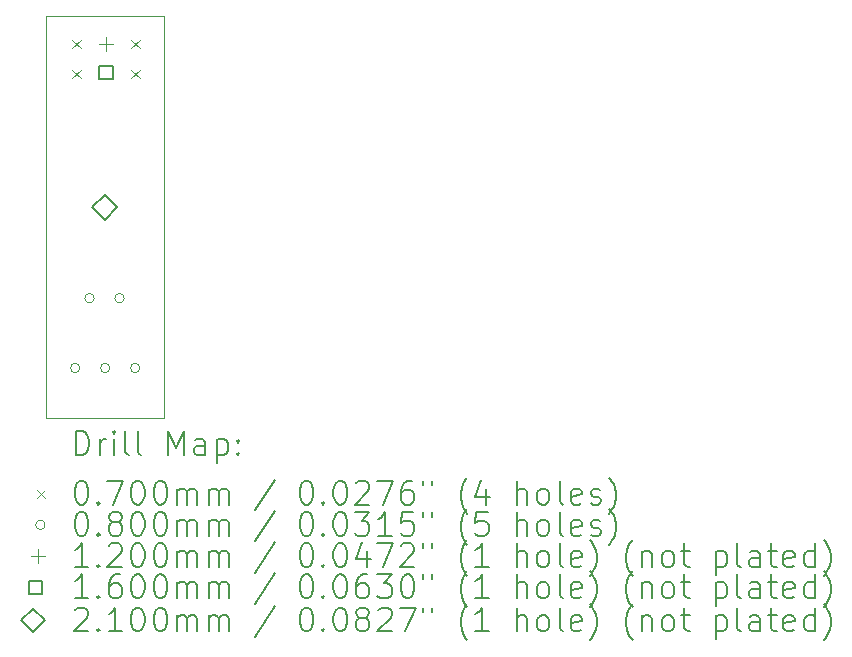
<source format=gbr>
%TF.GenerationSoftware,KiCad,Pcbnew,7.0.8*%
%TF.CreationDate,2023-10-30T23:16:19-04:00*%
%TF.ProjectId,easy_optical_pcb,65617379-5f6f-4707-9469-63616c5f7063,rev?*%
%TF.SameCoordinates,Original*%
%TF.FileFunction,Drillmap*%
%TF.FilePolarity,Positive*%
%FSLAX45Y45*%
G04 Gerber Fmt 4.5, Leading zero omitted, Abs format (unit mm)*
G04 Created by KiCad (PCBNEW 7.0.8) date 2023-10-30 23:16:19*
%MOMM*%
%LPD*%
G01*
G04 APERTURE LIST*
%ADD10C,0.100000*%
%ADD11C,0.200000*%
%ADD12C,0.070000*%
%ADD13C,0.080000*%
%ADD14C,0.120000*%
%ADD15C,0.160000*%
%ADD16C,0.210000*%
G04 APERTURE END LIST*
D10*
X9892500Y-10020000D02*
X10892500Y-10020000D01*
X10892500Y-13420000D01*
X9892500Y-13420000D01*
X9892500Y-10020000D01*
D11*
D12*
X10117500Y-10221000D02*
X10187500Y-10291000D01*
X10187500Y-10221000D02*
X10117500Y-10291000D01*
X10117500Y-10475000D02*
X10187500Y-10545000D01*
X10187500Y-10475000D02*
X10117500Y-10545000D01*
X10617500Y-10221000D02*
X10687500Y-10291000D01*
X10687500Y-10221000D02*
X10617500Y-10291000D01*
X10617500Y-10475000D02*
X10687500Y-10545000D01*
X10687500Y-10475000D02*
X10617500Y-10545000D01*
D13*
X10182000Y-13000000D02*
G75*
G03*
X10182000Y-13000000I-40000J0D01*
G01*
X10303500Y-12410000D02*
G75*
G03*
X10303500Y-12410000I-40000J0D01*
G01*
X10436000Y-13000000D02*
G75*
G03*
X10436000Y-13000000I-40000J0D01*
G01*
X10557500Y-12410000D02*
G75*
G03*
X10557500Y-12410000I-40000J0D01*
G01*
X10690000Y-13000000D02*
G75*
G03*
X10690000Y-13000000I-40000J0D01*
G01*
D14*
X10402500Y-10200000D02*
X10402500Y-10320000D01*
X10342500Y-10260000D02*
X10462500Y-10260000D01*
D15*
X10459069Y-10556569D02*
X10459069Y-10443431D01*
X10345931Y-10443431D01*
X10345931Y-10556569D01*
X10459069Y-10556569D01*
D16*
X10392500Y-11745000D02*
X10497500Y-11640000D01*
X10392500Y-11535000D01*
X10287500Y-11640000D01*
X10392500Y-11745000D01*
D11*
X10148277Y-13736484D02*
X10148277Y-13536484D01*
X10148277Y-13536484D02*
X10195896Y-13536484D01*
X10195896Y-13536484D02*
X10224467Y-13546008D01*
X10224467Y-13546008D02*
X10243515Y-13565055D01*
X10243515Y-13565055D02*
X10253039Y-13584103D01*
X10253039Y-13584103D02*
X10262563Y-13622198D01*
X10262563Y-13622198D02*
X10262563Y-13650769D01*
X10262563Y-13650769D02*
X10253039Y-13688865D01*
X10253039Y-13688865D02*
X10243515Y-13707912D01*
X10243515Y-13707912D02*
X10224467Y-13726960D01*
X10224467Y-13726960D02*
X10195896Y-13736484D01*
X10195896Y-13736484D02*
X10148277Y-13736484D01*
X10348277Y-13736484D02*
X10348277Y-13603150D01*
X10348277Y-13641246D02*
X10357801Y-13622198D01*
X10357801Y-13622198D02*
X10367324Y-13612674D01*
X10367324Y-13612674D02*
X10386372Y-13603150D01*
X10386372Y-13603150D02*
X10405420Y-13603150D01*
X10472086Y-13736484D02*
X10472086Y-13603150D01*
X10472086Y-13536484D02*
X10462563Y-13546008D01*
X10462563Y-13546008D02*
X10472086Y-13555531D01*
X10472086Y-13555531D02*
X10481610Y-13546008D01*
X10481610Y-13546008D02*
X10472086Y-13536484D01*
X10472086Y-13536484D02*
X10472086Y-13555531D01*
X10595896Y-13736484D02*
X10576848Y-13726960D01*
X10576848Y-13726960D02*
X10567324Y-13707912D01*
X10567324Y-13707912D02*
X10567324Y-13536484D01*
X10700658Y-13736484D02*
X10681610Y-13726960D01*
X10681610Y-13726960D02*
X10672086Y-13707912D01*
X10672086Y-13707912D02*
X10672086Y-13536484D01*
X10929229Y-13736484D02*
X10929229Y-13536484D01*
X10929229Y-13536484D02*
X10995896Y-13679341D01*
X10995896Y-13679341D02*
X11062563Y-13536484D01*
X11062563Y-13536484D02*
X11062563Y-13736484D01*
X11243515Y-13736484D02*
X11243515Y-13631722D01*
X11243515Y-13631722D02*
X11233991Y-13612674D01*
X11233991Y-13612674D02*
X11214943Y-13603150D01*
X11214943Y-13603150D02*
X11176848Y-13603150D01*
X11176848Y-13603150D02*
X11157801Y-13612674D01*
X11243515Y-13726960D02*
X11224467Y-13736484D01*
X11224467Y-13736484D02*
X11176848Y-13736484D01*
X11176848Y-13736484D02*
X11157801Y-13726960D01*
X11157801Y-13726960D02*
X11148277Y-13707912D01*
X11148277Y-13707912D02*
X11148277Y-13688865D01*
X11148277Y-13688865D02*
X11157801Y-13669817D01*
X11157801Y-13669817D02*
X11176848Y-13660293D01*
X11176848Y-13660293D02*
X11224467Y-13660293D01*
X11224467Y-13660293D02*
X11243515Y-13650769D01*
X11338753Y-13603150D02*
X11338753Y-13803150D01*
X11338753Y-13612674D02*
X11357801Y-13603150D01*
X11357801Y-13603150D02*
X11395896Y-13603150D01*
X11395896Y-13603150D02*
X11414943Y-13612674D01*
X11414943Y-13612674D02*
X11424467Y-13622198D01*
X11424467Y-13622198D02*
X11433991Y-13641246D01*
X11433991Y-13641246D02*
X11433991Y-13698388D01*
X11433991Y-13698388D02*
X11424467Y-13717436D01*
X11424467Y-13717436D02*
X11414943Y-13726960D01*
X11414943Y-13726960D02*
X11395896Y-13736484D01*
X11395896Y-13736484D02*
X11357801Y-13736484D01*
X11357801Y-13736484D02*
X11338753Y-13726960D01*
X11519705Y-13717436D02*
X11529229Y-13726960D01*
X11529229Y-13726960D02*
X11519705Y-13736484D01*
X11519705Y-13736484D02*
X11510182Y-13726960D01*
X11510182Y-13726960D02*
X11519705Y-13717436D01*
X11519705Y-13717436D02*
X11519705Y-13736484D01*
X11519705Y-13612674D02*
X11529229Y-13622198D01*
X11529229Y-13622198D02*
X11519705Y-13631722D01*
X11519705Y-13631722D02*
X11510182Y-13622198D01*
X11510182Y-13622198D02*
X11519705Y-13612674D01*
X11519705Y-13612674D02*
X11519705Y-13631722D01*
D12*
X9817500Y-14030000D02*
X9887500Y-14100000D01*
X9887500Y-14030000D02*
X9817500Y-14100000D01*
D11*
X10186372Y-13956484D02*
X10205420Y-13956484D01*
X10205420Y-13956484D02*
X10224467Y-13966008D01*
X10224467Y-13966008D02*
X10233991Y-13975531D01*
X10233991Y-13975531D02*
X10243515Y-13994579D01*
X10243515Y-13994579D02*
X10253039Y-14032674D01*
X10253039Y-14032674D02*
X10253039Y-14080293D01*
X10253039Y-14080293D02*
X10243515Y-14118388D01*
X10243515Y-14118388D02*
X10233991Y-14137436D01*
X10233991Y-14137436D02*
X10224467Y-14146960D01*
X10224467Y-14146960D02*
X10205420Y-14156484D01*
X10205420Y-14156484D02*
X10186372Y-14156484D01*
X10186372Y-14156484D02*
X10167324Y-14146960D01*
X10167324Y-14146960D02*
X10157801Y-14137436D01*
X10157801Y-14137436D02*
X10148277Y-14118388D01*
X10148277Y-14118388D02*
X10138753Y-14080293D01*
X10138753Y-14080293D02*
X10138753Y-14032674D01*
X10138753Y-14032674D02*
X10148277Y-13994579D01*
X10148277Y-13994579D02*
X10157801Y-13975531D01*
X10157801Y-13975531D02*
X10167324Y-13966008D01*
X10167324Y-13966008D02*
X10186372Y-13956484D01*
X10338753Y-14137436D02*
X10348277Y-14146960D01*
X10348277Y-14146960D02*
X10338753Y-14156484D01*
X10338753Y-14156484D02*
X10329229Y-14146960D01*
X10329229Y-14146960D02*
X10338753Y-14137436D01*
X10338753Y-14137436D02*
X10338753Y-14156484D01*
X10414944Y-13956484D02*
X10548277Y-13956484D01*
X10548277Y-13956484D02*
X10462563Y-14156484D01*
X10662563Y-13956484D02*
X10681610Y-13956484D01*
X10681610Y-13956484D02*
X10700658Y-13966008D01*
X10700658Y-13966008D02*
X10710182Y-13975531D01*
X10710182Y-13975531D02*
X10719705Y-13994579D01*
X10719705Y-13994579D02*
X10729229Y-14032674D01*
X10729229Y-14032674D02*
X10729229Y-14080293D01*
X10729229Y-14080293D02*
X10719705Y-14118388D01*
X10719705Y-14118388D02*
X10710182Y-14137436D01*
X10710182Y-14137436D02*
X10700658Y-14146960D01*
X10700658Y-14146960D02*
X10681610Y-14156484D01*
X10681610Y-14156484D02*
X10662563Y-14156484D01*
X10662563Y-14156484D02*
X10643515Y-14146960D01*
X10643515Y-14146960D02*
X10633991Y-14137436D01*
X10633991Y-14137436D02*
X10624467Y-14118388D01*
X10624467Y-14118388D02*
X10614944Y-14080293D01*
X10614944Y-14080293D02*
X10614944Y-14032674D01*
X10614944Y-14032674D02*
X10624467Y-13994579D01*
X10624467Y-13994579D02*
X10633991Y-13975531D01*
X10633991Y-13975531D02*
X10643515Y-13966008D01*
X10643515Y-13966008D02*
X10662563Y-13956484D01*
X10853039Y-13956484D02*
X10872086Y-13956484D01*
X10872086Y-13956484D02*
X10891134Y-13966008D01*
X10891134Y-13966008D02*
X10900658Y-13975531D01*
X10900658Y-13975531D02*
X10910182Y-13994579D01*
X10910182Y-13994579D02*
X10919705Y-14032674D01*
X10919705Y-14032674D02*
X10919705Y-14080293D01*
X10919705Y-14080293D02*
X10910182Y-14118388D01*
X10910182Y-14118388D02*
X10900658Y-14137436D01*
X10900658Y-14137436D02*
X10891134Y-14146960D01*
X10891134Y-14146960D02*
X10872086Y-14156484D01*
X10872086Y-14156484D02*
X10853039Y-14156484D01*
X10853039Y-14156484D02*
X10833991Y-14146960D01*
X10833991Y-14146960D02*
X10824467Y-14137436D01*
X10824467Y-14137436D02*
X10814944Y-14118388D01*
X10814944Y-14118388D02*
X10805420Y-14080293D01*
X10805420Y-14080293D02*
X10805420Y-14032674D01*
X10805420Y-14032674D02*
X10814944Y-13994579D01*
X10814944Y-13994579D02*
X10824467Y-13975531D01*
X10824467Y-13975531D02*
X10833991Y-13966008D01*
X10833991Y-13966008D02*
X10853039Y-13956484D01*
X11005420Y-14156484D02*
X11005420Y-14023150D01*
X11005420Y-14042198D02*
X11014944Y-14032674D01*
X11014944Y-14032674D02*
X11033991Y-14023150D01*
X11033991Y-14023150D02*
X11062563Y-14023150D01*
X11062563Y-14023150D02*
X11081610Y-14032674D01*
X11081610Y-14032674D02*
X11091134Y-14051722D01*
X11091134Y-14051722D02*
X11091134Y-14156484D01*
X11091134Y-14051722D02*
X11100658Y-14032674D01*
X11100658Y-14032674D02*
X11119705Y-14023150D01*
X11119705Y-14023150D02*
X11148277Y-14023150D01*
X11148277Y-14023150D02*
X11167325Y-14032674D01*
X11167325Y-14032674D02*
X11176848Y-14051722D01*
X11176848Y-14051722D02*
X11176848Y-14156484D01*
X11272086Y-14156484D02*
X11272086Y-14023150D01*
X11272086Y-14042198D02*
X11281610Y-14032674D01*
X11281610Y-14032674D02*
X11300658Y-14023150D01*
X11300658Y-14023150D02*
X11329229Y-14023150D01*
X11329229Y-14023150D02*
X11348277Y-14032674D01*
X11348277Y-14032674D02*
X11357801Y-14051722D01*
X11357801Y-14051722D02*
X11357801Y-14156484D01*
X11357801Y-14051722D02*
X11367324Y-14032674D01*
X11367324Y-14032674D02*
X11386372Y-14023150D01*
X11386372Y-14023150D02*
X11414943Y-14023150D01*
X11414943Y-14023150D02*
X11433991Y-14032674D01*
X11433991Y-14032674D02*
X11443515Y-14051722D01*
X11443515Y-14051722D02*
X11443515Y-14156484D01*
X11833991Y-13946960D02*
X11662563Y-14204103D01*
X12091134Y-13956484D02*
X12110182Y-13956484D01*
X12110182Y-13956484D02*
X12129229Y-13966008D01*
X12129229Y-13966008D02*
X12138753Y-13975531D01*
X12138753Y-13975531D02*
X12148277Y-13994579D01*
X12148277Y-13994579D02*
X12157801Y-14032674D01*
X12157801Y-14032674D02*
X12157801Y-14080293D01*
X12157801Y-14080293D02*
X12148277Y-14118388D01*
X12148277Y-14118388D02*
X12138753Y-14137436D01*
X12138753Y-14137436D02*
X12129229Y-14146960D01*
X12129229Y-14146960D02*
X12110182Y-14156484D01*
X12110182Y-14156484D02*
X12091134Y-14156484D01*
X12091134Y-14156484D02*
X12072086Y-14146960D01*
X12072086Y-14146960D02*
X12062563Y-14137436D01*
X12062563Y-14137436D02*
X12053039Y-14118388D01*
X12053039Y-14118388D02*
X12043515Y-14080293D01*
X12043515Y-14080293D02*
X12043515Y-14032674D01*
X12043515Y-14032674D02*
X12053039Y-13994579D01*
X12053039Y-13994579D02*
X12062563Y-13975531D01*
X12062563Y-13975531D02*
X12072086Y-13966008D01*
X12072086Y-13966008D02*
X12091134Y-13956484D01*
X12243515Y-14137436D02*
X12253039Y-14146960D01*
X12253039Y-14146960D02*
X12243515Y-14156484D01*
X12243515Y-14156484D02*
X12233991Y-14146960D01*
X12233991Y-14146960D02*
X12243515Y-14137436D01*
X12243515Y-14137436D02*
X12243515Y-14156484D01*
X12376848Y-13956484D02*
X12395896Y-13956484D01*
X12395896Y-13956484D02*
X12414944Y-13966008D01*
X12414944Y-13966008D02*
X12424467Y-13975531D01*
X12424467Y-13975531D02*
X12433991Y-13994579D01*
X12433991Y-13994579D02*
X12443515Y-14032674D01*
X12443515Y-14032674D02*
X12443515Y-14080293D01*
X12443515Y-14080293D02*
X12433991Y-14118388D01*
X12433991Y-14118388D02*
X12424467Y-14137436D01*
X12424467Y-14137436D02*
X12414944Y-14146960D01*
X12414944Y-14146960D02*
X12395896Y-14156484D01*
X12395896Y-14156484D02*
X12376848Y-14156484D01*
X12376848Y-14156484D02*
X12357801Y-14146960D01*
X12357801Y-14146960D02*
X12348277Y-14137436D01*
X12348277Y-14137436D02*
X12338753Y-14118388D01*
X12338753Y-14118388D02*
X12329229Y-14080293D01*
X12329229Y-14080293D02*
X12329229Y-14032674D01*
X12329229Y-14032674D02*
X12338753Y-13994579D01*
X12338753Y-13994579D02*
X12348277Y-13975531D01*
X12348277Y-13975531D02*
X12357801Y-13966008D01*
X12357801Y-13966008D02*
X12376848Y-13956484D01*
X12519706Y-13975531D02*
X12529229Y-13966008D01*
X12529229Y-13966008D02*
X12548277Y-13956484D01*
X12548277Y-13956484D02*
X12595896Y-13956484D01*
X12595896Y-13956484D02*
X12614944Y-13966008D01*
X12614944Y-13966008D02*
X12624467Y-13975531D01*
X12624467Y-13975531D02*
X12633991Y-13994579D01*
X12633991Y-13994579D02*
X12633991Y-14013627D01*
X12633991Y-14013627D02*
X12624467Y-14042198D01*
X12624467Y-14042198D02*
X12510182Y-14156484D01*
X12510182Y-14156484D02*
X12633991Y-14156484D01*
X12700658Y-13956484D02*
X12833991Y-13956484D01*
X12833991Y-13956484D02*
X12748277Y-14156484D01*
X12995896Y-13956484D02*
X12957801Y-13956484D01*
X12957801Y-13956484D02*
X12938753Y-13966008D01*
X12938753Y-13966008D02*
X12929229Y-13975531D01*
X12929229Y-13975531D02*
X12910182Y-14004103D01*
X12910182Y-14004103D02*
X12900658Y-14042198D01*
X12900658Y-14042198D02*
X12900658Y-14118388D01*
X12900658Y-14118388D02*
X12910182Y-14137436D01*
X12910182Y-14137436D02*
X12919706Y-14146960D01*
X12919706Y-14146960D02*
X12938753Y-14156484D01*
X12938753Y-14156484D02*
X12976848Y-14156484D01*
X12976848Y-14156484D02*
X12995896Y-14146960D01*
X12995896Y-14146960D02*
X13005420Y-14137436D01*
X13005420Y-14137436D02*
X13014944Y-14118388D01*
X13014944Y-14118388D02*
X13014944Y-14070769D01*
X13014944Y-14070769D02*
X13005420Y-14051722D01*
X13005420Y-14051722D02*
X12995896Y-14042198D01*
X12995896Y-14042198D02*
X12976848Y-14032674D01*
X12976848Y-14032674D02*
X12938753Y-14032674D01*
X12938753Y-14032674D02*
X12919706Y-14042198D01*
X12919706Y-14042198D02*
X12910182Y-14051722D01*
X12910182Y-14051722D02*
X12900658Y-14070769D01*
X13091134Y-13956484D02*
X13091134Y-13994579D01*
X13167325Y-13956484D02*
X13167325Y-13994579D01*
X13462563Y-14232674D02*
X13453039Y-14223150D01*
X13453039Y-14223150D02*
X13433991Y-14194579D01*
X13433991Y-14194579D02*
X13424468Y-14175531D01*
X13424468Y-14175531D02*
X13414944Y-14146960D01*
X13414944Y-14146960D02*
X13405420Y-14099341D01*
X13405420Y-14099341D02*
X13405420Y-14061246D01*
X13405420Y-14061246D02*
X13414944Y-14013627D01*
X13414944Y-14013627D02*
X13424468Y-13985055D01*
X13424468Y-13985055D02*
X13433991Y-13966008D01*
X13433991Y-13966008D02*
X13453039Y-13937436D01*
X13453039Y-13937436D02*
X13462563Y-13927912D01*
X13624468Y-14023150D02*
X13624468Y-14156484D01*
X13576848Y-13946960D02*
X13529229Y-14089817D01*
X13529229Y-14089817D02*
X13653039Y-14089817D01*
X13881610Y-14156484D02*
X13881610Y-13956484D01*
X13967325Y-14156484D02*
X13967325Y-14051722D01*
X13967325Y-14051722D02*
X13957801Y-14032674D01*
X13957801Y-14032674D02*
X13938753Y-14023150D01*
X13938753Y-14023150D02*
X13910182Y-14023150D01*
X13910182Y-14023150D02*
X13891134Y-14032674D01*
X13891134Y-14032674D02*
X13881610Y-14042198D01*
X14091134Y-14156484D02*
X14072087Y-14146960D01*
X14072087Y-14146960D02*
X14062563Y-14137436D01*
X14062563Y-14137436D02*
X14053039Y-14118388D01*
X14053039Y-14118388D02*
X14053039Y-14061246D01*
X14053039Y-14061246D02*
X14062563Y-14042198D01*
X14062563Y-14042198D02*
X14072087Y-14032674D01*
X14072087Y-14032674D02*
X14091134Y-14023150D01*
X14091134Y-14023150D02*
X14119706Y-14023150D01*
X14119706Y-14023150D02*
X14138753Y-14032674D01*
X14138753Y-14032674D02*
X14148277Y-14042198D01*
X14148277Y-14042198D02*
X14157801Y-14061246D01*
X14157801Y-14061246D02*
X14157801Y-14118388D01*
X14157801Y-14118388D02*
X14148277Y-14137436D01*
X14148277Y-14137436D02*
X14138753Y-14146960D01*
X14138753Y-14146960D02*
X14119706Y-14156484D01*
X14119706Y-14156484D02*
X14091134Y-14156484D01*
X14272087Y-14156484D02*
X14253039Y-14146960D01*
X14253039Y-14146960D02*
X14243515Y-14127912D01*
X14243515Y-14127912D02*
X14243515Y-13956484D01*
X14424468Y-14146960D02*
X14405420Y-14156484D01*
X14405420Y-14156484D02*
X14367325Y-14156484D01*
X14367325Y-14156484D02*
X14348277Y-14146960D01*
X14348277Y-14146960D02*
X14338753Y-14127912D01*
X14338753Y-14127912D02*
X14338753Y-14051722D01*
X14338753Y-14051722D02*
X14348277Y-14032674D01*
X14348277Y-14032674D02*
X14367325Y-14023150D01*
X14367325Y-14023150D02*
X14405420Y-14023150D01*
X14405420Y-14023150D02*
X14424468Y-14032674D01*
X14424468Y-14032674D02*
X14433991Y-14051722D01*
X14433991Y-14051722D02*
X14433991Y-14070769D01*
X14433991Y-14070769D02*
X14338753Y-14089817D01*
X14510182Y-14146960D02*
X14529230Y-14156484D01*
X14529230Y-14156484D02*
X14567325Y-14156484D01*
X14567325Y-14156484D02*
X14586372Y-14146960D01*
X14586372Y-14146960D02*
X14595896Y-14127912D01*
X14595896Y-14127912D02*
X14595896Y-14118388D01*
X14595896Y-14118388D02*
X14586372Y-14099341D01*
X14586372Y-14099341D02*
X14567325Y-14089817D01*
X14567325Y-14089817D02*
X14538753Y-14089817D01*
X14538753Y-14089817D02*
X14519706Y-14080293D01*
X14519706Y-14080293D02*
X14510182Y-14061246D01*
X14510182Y-14061246D02*
X14510182Y-14051722D01*
X14510182Y-14051722D02*
X14519706Y-14032674D01*
X14519706Y-14032674D02*
X14538753Y-14023150D01*
X14538753Y-14023150D02*
X14567325Y-14023150D01*
X14567325Y-14023150D02*
X14586372Y-14032674D01*
X14662563Y-14232674D02*
X14672087Y-14223150D01*
X14672087Y-14223150D02*
X14691134Y-14194579D01*
X14691134Y-14194579D02*
X14700658Y-14175531D01*
X14700658Y-14175531D02*
X14710182Y-14146960D01*
X14710182Y-14146960D02*
X14719706Y-14099341D01*
X14719706Y-14099341D02*
X14719706Y-14061246D01*
X14719706Y-14061246D02*
X14710182Y-14013627D01*
X14710182Y-14013627D02*
X14700658Y-13985055D01*
X14700658Y-13985055D02*
X14691134Y-13966008D01*
X14691134Y-13966008D02*
X14672087Y-13937436D01*
X14672087Y-13937436D02*
X14662563Y-13927912D01*
D13*
X9887500Y-14329000D02*
G75*
G03*
X9887500Y-14329000I-40000J0D01*
G01*
D11*
X10186372Y-14220484D02*
X10205420Y-14220484D01*
X10205420Y-14220484D02*
X10224467Y-14230008D01*
X10224467Y-14230008D02*
X10233991Y-14239531D01*
X10233991Y-14239531D02*
X10243515Y-14258579D01*
X10243515Y-14258579D02*
X10253039Y-14296674D01*
X10253039Y-14296674D02*
X10253039Y-14344293D01*
X10253039Y-14344293D02*
X10243515Y-14382388D01*
X10243515Y-14382388D02*
X10233991Y-14401436D01*
X10233991Y-14401436D02*
X10224467Y-14410960D01*
X10224467Y-14410960D02*
X10205420Y-14420484D01*
X10205420Y-14420484D02*
X10186372Y-14420484D01*
X10186372Y-14420484D02*
X10167324Y-14410960D01*
X10167324Y-14410960D02*
X10157801Y-14401436D01*
X10157801Y-14401436D02*
X10148277Y-14382388D01*
X10148277Y-14382388D02*
X10138753Y-14344293D01*
X10138753Y-14344293D02*
X10138753Y-14296674D01*
X10138753Y-14296674D02*
X10148277Y-14258579D01*
X10148277Y-14258579D02*
X10157801Y-14239531D01*
X10157801Y-14239531D02*
X10167324Y-14230008D01*
X10167324Y-14230008D02*
X10186372Y-14220484D01*
X10338753Y-14401436D02*
X10348277Y-14410960D01*
X10348277Y-14410960D02*
X10338753Y-14420484D01*
X10338753Y-14420484D02*
X10329229Y-14410960D01*
X10329229Y-14410960D02*
X10338753Y-14401436D01*
X10338753Y-14401436D02*
X10338753Y-14420484D01*
X10462563Y-14306198D02*
X10443515Y-14296674D01*
X10443515Y-14296674D02*
X10433991Y-14287150D01*
X10433991Y-14287150D02*
X10424467Y-14268103D01*
X10424467Y-14268103D02*
X10424467Y-14258579D01*
X10424467Y-14258579D02*
X10433991Y-14239531D01*
X10433991Y-14239531D02*
X10443515Y-14230008D01*
X10443515Y-14230008D02*
X10462563Y-14220484D01*
X10462563Y-14220484D02*
X10500658Y-14220484D01*
X10500658Y-14220484D02*
X10519705Y-14230008D01*
X10519705Y-14230008D02*
X10529229Y-14239531D01*
X10529229Y-14239531D02*
X10538753Y-14258579D01*
X10538753Y-14258579D02*
X10538753Y-14268103D01*
X10538753Y-14268103D02*
X10529229Y-14287150D01*
X10529229Y-14287150D02*
X10519705Y-14296674D01*
X10519705Y-14296674D02*
X10500658Y-14306198D01*
X10500658Y-14306198D02*
X10462563Y-14306198D01*
X10462563Y-14306198D02*
X10443515Y-14315722D01*
X10443515Y-14315722D02*
X10433991Y-14325246D01*
X10433991Y-14325246D02*
X10424467Y-14344293D01*
X10424467Y-14344293D02*
X10424467Y-14382388D01*
X10424467Y-14382388D02*
X10433991Y-14401436D01*
X10433991Y-14401436D02*
X10443515Y-14410960D01*
X10443515Y-14410960D02*
X10462563Y-14420484D01*
X10462563Y-14420484D02*
X10500658Y-14420484D01*
X10500658Y-14420484D02*
X10519705Y-14410960D01*
X10519705Y-14410960D02*
X10529229Y-14401436D01*
X10529229Y-14401436D02*
X10538753Y-14382388D01*
X10538753Y-14382388D02*
X10538753Y-14344293D01*
X10538753Y-14344293D02*
X10529229Y-14325246D01*
X10529229Y-14325246D02*
X10519705Y-14315722D01*
X10519705Y-14315722D02*
X10500658Y-14306198D01*
X10662563Y-14220484D02*
X10681610Y-14220484D01*
X10681610Y-14220484D02*
X10700658Y-14230008D01*
X10700658Y-14230008D02*
X10710182Y-14239531D01*
X10710182Y-14239531D02*
X10719705Y-14258579D01*
X10719705Y-14258579D02*
X10729229Y-14296674D01*
X10729229Y-14296674D02*
X10729229Y-14344293D01*
X10729229Y-14344293D02*
X10719705Y-14382388D01*
X10719705Y-14382388D02*
X10710182Y-14401436D01*
X10710182Y-14401436D02*
X10700658Y-14410960D01*
X10700658Y-14410960D02*
X10681610Y-14420484D01*
X10681610Y-14420484D02*
X10662563Y-14420484D01*
X10662563Y-14420484D02*
X10643515Y-14410960D01*
X10643515Y-14410960D02*
X10633991Y-14401436D01*
X10633991Y-14401436D02*
X10624467Y-14382388D01*
X10624467Y-14382388D02*
X10614944Y-14344293D01*
X10614944Y-14344293D02*
X10614944Y-14296674D01*
X10614944Y-14296674D02*
X10624467Y-14258579D01*
X10624467Y-14258579D02*
X10633991Y-14239531D01*
X10633991Y-14239531D02*
X10643515Y-14230008D01*
X10643515Y-14230008D02*
X10662563Y-14220484D01*
X10853039Y-14220484D02*
X10872086Y-14220484D01*
X10872086Y-14220484D02*
X10891134Y-14230008D01*
X10891134Y-14230008D02*
X10900658Y-14239531D01*
X10900658Y-14239531D02*
X10910182Y-14258579D01*
X10910182Y-14258579D02*
X10919705Y-14296674D01*
X10919705Y-14296674D02*
X10919705Y-14344293D01*
X10919705Y-14344293D02*
X10910182Y-14382388D01*
X10910182Y-14382388D02*
X10900658Y-14401436D01*
X10900658Y-14401436D02*
X10891134Y-14410960D01*
X10891134Y-14410960D02*
X10872086Y-14420484D01*
X10872086Y-14420484D02*
X10853039Y-14420484D01*
X10853039Y-14420484D02*
X10833991Y-14410960D01*
X10833991Y-14410960D02*
X10824467Y-14401436D01*
X10824467Y-14401436D02*
X10814944Y-14382388D01*
X10814944Y-14382388D02*
X10805420Y-14344293D01*
X10805420Y-14344293D02*
X10805420Y-14296674D01*
X10805420Y-14296674D02*
X10814944Y-14258579D01*
X10814944Y-14258579D02*
X10824467Y-14239531D01*
X10824467Y-14239531D02*
X10833991Y-14230008D01*
X10833991Y-14230008D02*
X10853039Y-14220484D01*
X11005420Y-14420484D02*
X11005420Y-14287150D01*
X11005420Y-14306198D02*
X11014944Y-14296674D01*
X11014944Y-14296674D02*
X11033991Y-14287150D01*
X11033991Y-14287150D02*
X11062563Y-14287150D01*
X11062563Y-14287150D02*
X11081610Y-14296674D01*
X11081610Y-14296674D02*
X11091134Y-14315722D01*
X11091134Y-14315722D02*
X11091134Y-14420484D01*
X11091134Y-14315722D02*
X11100658Y-14296674D01*
X11100658Y-14296674D02*
X11119705Y-14287150D01*
X11119705Y-14287150D02*
X11148277Y-14287150D01*
X11148277Y-14287150D02*
X11167325Y-14296674D01*
X11167325Y-14296674D02*
X11176848Y-14315722D01*
X11176848Y-14315722D02*
X11176848Y-14420484D01*
X11272086Y-14420484D02*
X11272086Y-14287150D01*
X11272086Y-14306198D02*
X11281610Y-14296674D01*
X11281610Y-14296674D02*
X11300658Y-14287150D01*
X11300658Y-14287150D02*
X11329229Y-14287150D01*
X11329229Y-14287150D02*
X11348277Y-14296674D01*
X11348277Y-14296674D02*
X11357801Y-14315722D01*
X11357801Y-14315722D02*
X11357801Y-14420484D01*
X11357801Y-14315722D02*
X11367324Y-14296674D01*
X11367324Y-14296674D02*
X11386372Y-14287150D01*
X11386372Y-14287150D02*
X11414943Y-14287150D01*
X11414943Y-14287150D02*
X11433991Y-14296674D01*
X11433991Y-14296674D02*
X11443515Y-14315722D01*
X11443515Y-14315722D02*
X11443515Y-14420484D01*
X11833991Y-14210960D02*
X11662563Y-14468103D01*
X12091134Y-14220484D02*
X12110182Y-14220484D01*
X12110182Y-14220484D02*
X12129229Y-14230008D01*
X12129229Y-14230008D02*
X12138753Y-14239531D01*
X12138753Y-14239531D02*
X12148277Y-14258579D01*
X12148277Y-14258579D02*
X12157801Y-14296674D01*
X12157801Y-14296674D02*
X12157801Y-14344293D01*
X12157801Y-14344293D02*
X12148277Y-14382388D01*
X12148277Y-14382388D02*
X12138753Y-14401436D01*
X12138753Y-14401436D02*
X12129229Y-14410960D01*
X12129229Y-14410960D02*
X12110182Y-14420484D01*
X12110182Y-14420484D02*
X12091134Y-14420484D01*
X12091134Y-14420484D02*
X12072086Y-14410960D01*
X12072086Y-14410960D02*
X12062563Y-14401436D01*
X12062563Y-14401436D02*
X12053039Y-14382388D01*
X12053039Y-14382388D02*
X12043515Y-14344293D01*
X12043515Y-14344293D02*
X12043515Y-14296674D01*
X12043515Y-14296674D02*
X12053039Y-14258579D01*
X12053039Y-14258579D02*
X12062563Y-14239531D01*
X12062563Y-14239531D02*
X12072086Y-14230008D01*
X12072086Y-14230008D02*
X12091134Y-14220484D01*
X12243515Y-14401436D02*
X12253039Y-14410960D01*
X12253039Y-14410960D02*
X12243515Y-14420484D01*
X12243515Y-14420484D02*
X12233991Y-14410960D01*
X12233991Y-14410960D02*
X12243515Y-14401436D01*
X12243515Y-14401436D02*
X12243515Y-14420484D01*
X12376848Y-14220484D02*
X12395896Y-14220484D01*
X12395896Y-14220484D02*
X12414944Y-14230008D01*
X12414944Y-14230008D02*
X12424467Y-14239531D01*
X12424467Y-14239531D02*
X12433991Y-14258579D01*
X12433991Y-14258579D02*
X12443515Y-14296674D01*
X12443515Y-14296674D02*
X12443515Y-14344293D01*
X12443515Y-14344293D02*
X12433991Y-14382388D01*
X12433991Y-14382388D02*
X12424467Y-14401436D01*
X12424467Y-14401436D02*
X12414944Y-14410960D01*
X12414944Y-14410960D02*
X12395896Y-14420484D01*
X12395896Y-14420484D02*
X12376848Y-14420484D01*
X12376848Y-14420484D02*
X12357801Y-14410960D01*
X12357801Y-14410960D02*
X12348277Y-14401436D01*
X12348277Y-14401436D02*
X12338753Y-14382388D01*
X12338753Y-14382388D02*
X12329229Y-14344293D01*
X12329229Y-14344293D02*
X12329229Y-14296674D01*
X12329229Y-14296674D02*
X12338753Y-14258579D01*
X12338753Y-14258579D02*
X12348277Y-14239531D01*
X12348277Y-14239531D02*
X12357801Y-14230008D01*
X12357801Y-14230008D02*
X12376848Y-14220484D01*
X12510182Y-14220484D02*
X12633991Y-14220484D01*
X12633991Y-14220484D02*
X12567325Y-14296674D01*
X12567325Y-14296674D02*
X12595896Y-14296674D01*
X12595896Y-14296674D02*
X12614944Y-14306198D01*
X12614944Y-14306198D02*
X12624467Y-14315722D01*
X12624467Y-14315722D02*
X12633991Y-14334769D01*
X12633991Y-14334769D02*
X12633991Y-14382388D01*
X12633991Y-14382388D02*
X12624467Y-14401436D01*
X12624467Y-14401436D02*
X12614944Y-14410960D01*
X12614944Y-14410960D02*
X12595896Y-14420484D01*
X12595896Y-14420484D02*
X12538753Y-14420484D01*
X12538753Y-14420484D02*
X12519706Y-14410960D01*
X12519706Y-14410960D02*
X12510182Y-14401436D01*
X12824467Y-14420484D02*
X12710182Y-14420484D01*
X12767325Y-14420484D02*
X12767325Y-14220484D01*
X12767325Y-14220484D02*
X12748277Y-14249055D01*
X12748277Y-14249055D02*
X12729229Y-14268103D01*
X12729229Y-14268103D02*
X12710182Y-14277627D01*
X13005420Y-14220484D02*
X12910182Y-14220484D01*
X12910182Y-14220484D02*
X12900658Y-14315722D01*
X12900658Y-14315722D02*
X12910182Y-14306198D01*
X12910182Y-14306198D02*
X12929229Y-14296674D01*
X12929229Y-14296674D02*
X12976848Y-14296674D01*
X12976848Y-14296674D02*
X12995896Y-14306198D01*
X12995896Y-14306198D02*
X13005420Y-14315722D01*
X13005420Y-14315722D02*
X13014944Y-14334769D01*
X13014944Y-14334769D02*
X13014944Y-14382388D01*
X13014944Y-14382388D02*
X13005420Y-14401436D01*
X13005420Y-14401436D02*
X12995896Y-14410960D01*
X12995896Y-14410960D02*
X12976848Y-14420484D01*
X12976848Y-14420484D02*
X12929229Y-14420484D01*
X12929229Y-14420484D02*
X12910182Y-14410960D01*
X12910182Y-14410960D02*
X12900658Y-14401436D01*
X13091134Y-14220484D02*
X13091134Y-14258579D01*
X13167325Y-14220484D02*
X13167325Y-14258579D01*
X13462563Y-14496674D02*
X13453039Y-14487150D01*
X13453039Y-14487150D02*
X13433991Y-14458579D01*
X13433991Y-14458579D02*
X13424468Y-14439531D01*
X13424468Y-14439531D02*
X13414944Y-14410960D01*
X13414944Y-14410960D02*
X13405420Y-14363341D01*
X13405420Y-14363341D02*
X13405420Y-14325246D01*
X13405420Y-14325246D02*
X13414944Y-14277627D01*
X13414944Y-14277627D02*
X13424468Y-14249055D01*
X13424468Y-14249055D02*
X13433991Y-14230008D01*
X13433991Y-14230008D02*
X13453039Y-14201436D01*
X13453039Y-14201436D02*
X13462563Y-14191912D01*
X13633991Y-14220484D02*
X13538753Y-14220484D01*
X13538753Y-14220484D02*
X13529229Y-14315722D01*
X13529229Y-14315722D02*
X13538753Y-14306198D01*
X13538753Y-14306198D02*
X13557801Y-14296674D01*
X13557801Y-14296674D02*
X13605420Y-14296674D01*
X13605420Y-14296674D02*
X13624468Y-14306198D01*
X13624468Y-14306198D02*
X13633991Y-14315722D01*
X13633991Y-14315722D02*
X13643515Y-14334769D01*
X13643515Y-14334769D02*
X13643515Y-14382388D01*
X13643515Y-14382388D02*
X13633991Y-14401436D01*
X13633991Y-14401436D02*
X13624468Y-14410960D01*
X13624468Y-14410960D02*
X13605420Y-14420484D01*
X13605420Y-14420484D02*
X13557801Y-14420484D01*
X13557801Y-14420484D02*
X13538753Y-14410960D01*
X13538753Y-14410960D02*
X13529229Y-14401436D01*
X13881610Y-14420484D02*
X13881610Y-14220484D01*
X13967325Y-14420484D02*
X13967325Y-14315722D01*
X13967325Y-14315722D02*
X13957801Y-14296674D01*
X13957801Y-14296674D02*
X13938753Y-14287150D01*
X13938753Y-14287150D02*
X13910182Y-14287150D01*
X13910182Y-14287150D02*
X13891134Y-14296674D01*
X13891134Y-14296674D02*
X13881610Y-14306198D01*
X14091134Y-14420484D02*
X14072087Y-14410960D01*
X14072087Y-14410960D02*
X14062563Y-14401436D01*
X14062563Y-14401436D02*
X14053039Y-14382388D01*
X14053039Y-14382388D02*
X14053039Y-14325246D01*
X14053039Y-14325246D02*
X14062563Y-14306198D01*
X14062563Y-14306198D02*
X14072087Y-14296674D01*
X14072087Y-14296674D02*
X14091134Y-14287150D01*
X14091134Y-14287150D02*
X14119706Y-14287150D01*
X14119706Y-14287150D02*
X14138753Y-14296674D01*
X14138753Y-14296674D02*
X14148277Y-14306198D01*
X14148277Y-14306198D02*
X14157801Y-14325246D01*
X14157801Y-14325246D02*
X14157801Y-14382388D01*
X14157801Y-14382388D02*
X14148277Y-14401436D01*
X14148277Y-14401436D02*
X14138753Y-14410960D01*
X14138753Y-14410960D02*
X14119706Y-14420484D01*
X14119706Y-14420484D02*
X14091134Y-14420484D01*
X14272087Y-14420484D02*
X14253039Y-14410960D01*
X14253039Y-14410960D02*
X14243515Y-14391912D01*
X14243515Y-14391912D02*
X14243515Y-14220484D01*
X14424468Y-14410960D02*
X14405420Y-14420484D01*
X14405420Y-14420484D02*
X14367325Y-14420484D01*
X14367325Y-14420484D02*
X14348277Y-14410960D01*
X14348277Y-14410960D02*
X14338753Y-14391912D01*
X14338753Y-14391912D02*
X14338753Y-14315722D01*
X14338753Y-14315722D02*
X14348277Y-14296674D01*
X14348277Y-14296674D02*
X14367325Y-14287150D01*
X14367325Y-14287150D02*
X14405420Y-14287150D01*
X14405420Y-14287150D02*
X14424468Y-14296674D01*
X14424468Y-14296674D02*
X14433991Y-14315722D01*
X14433991Y-14315722D02*
X14433991Y-14334769D01*
X14433991Y-14334769D02*
X14338753Y-14353817D01*
X14510182Y-14410960D02*
X14529230Y-14420484D01*
X14529230Y-14420484D02*
X14567325Y-14420484D01*
X14567325Y-14420484D02*
X14586372Y-14410960D01*
X14586372Y-14410960D02*
X14595896Y-14391912D01*
X14595896Y-14391912D02*
X14595896Y-14382388D01*
X14595896Y-14382388D02*
X14586372Y-14363341D01*
X14586372Y-14363341D02*
X14567325Y-14353817D01*
X14567325Y-14353817D02*
X14538753Y-14353817D01*
X14538753Y-14353817D02*
X14519706Y-14344293D01*
X14519706Y-14344293D02*
X14510182Y-14325246D01*
X14510182Y-14325246D02*
X14510182Y-14315722D01*
X14510182Y-14315722D02*
X14519706Y-14296674D01*
X14519706Y-14296674D02*
X14538753Y-14287150D01*
X14538753Y-14287150D02*
X14567325Y-14287150D01*
X14567325Y-14287150D02*
X14586372Y-14296674D01*
X14662563Y-14496674D02*
X14672087Y-14487150D01*
X14672087Y-14487150D02*
X14691134Y-14458579D01*
X14691134Y-14458579D02*
X14700658Y-14439531D01*
X14700658Y-14439531D02*
X14710182Y-14410960D01*
X14710182Y-14410960D02*
X14719706Y-14363341D01*
X14719706Y-14363341D02*
X14719706Y-14325246D01*
X14719706Y-14325246D02*
X14710182Y-14277627D01*
X14710182Y-14277627D02*
X14700658Y-14249055D01*
X14700658Y-14249055D02*
X14691134Y-14230008D01*
X14691134Y-14230008D02*
X14672087Y-14201436D01*
X14672087Y-14201436D02*
X14662563Y-14191912D01*
D14*
X9827500Y-14533000D02*
X9827500Y-14653000D01*
X9767500Y-14593000D02*
X9887500Y-14593000D01*
D11*
X10253039Y-14684484D02*
X10138753Y-14684484D01*
X10195896Y-14684484D02*
X10195896Y-14484484D01*
X10195896Y-14484484D02*
X10176848Y-14513055D01*
X10176848Y-14513055D02*
X10157801Y-14532103D01*
X10157801Y-14532103D02*
X10138753Y-14541627D01*
X10338753Y-14665436D02*
X10348277Y-14674960D01*
X10348277Y-14674960D02*
X10338753Y-14684484D01*
X10338753Y-14684484D02*
X10329229Y-14674960D01*
X10329229Y-14674960D02*
X10338753Y-14665436D01*
X10338753Y-14665436D02*
X10338753Y-14684484D01*
X10424467Y-14503531D02*
X10433991Y-14494008D01*
X10433991Y-14494008D02*
X10453039Y-14484484D01*
X10453039Y-14484484D02*
X10500658Y-14484484D01*
X10500658Y-14484484D02*
X10519705Y-14494008D01*
X10519705Y-14494008D02*
X10529229Y-14503531D01*
X10529229Y-14503531D02*
X10538753Y-14522579D01*
X10538753Y-14522579D02*
X10538753Y-14541627D01*
X10538753Y-14541627D02*
X10529229Y-14570198D01*
X10529229Y-14570198D02*
X10414944Y-14684484D01*
X10414944Y-14684484D02*
X10538753Y-14684484D01*
X10662563Y-14484484D02*
X10681610Y-14484484D01*
X10681610Y-14484484D02*
X10700658Y-14494008D01*
X10700658Y-14494008D02*
X10710182Y-14503531D01*
X10710182Y-14503531D02*
X10719705Y-14522579D01*
X10719705Y-14522579D02*
X10729229Y-14560674D01*
X10729229Y-14560674D02*
X10729229Y-14608293D01*
X10729229Y-14608293D02*
X10719705Y-14646388D01*
X10719705Y-14646388D02*
X10710182Y-14665436D01*
X10710182Y-14665436D02*
X10700658Y-14674960D01*
X10700658Y-14674960D02*
X10681610Y-14684484D01*
X10681610Y-14684484D02*
X10662563Y-14684484D01*
X10662563Y-14684484D02*
X10643515Y-14674960D01*
X10643515Y-14674960D02*
X10633991Y-14665436D01*
X10633991Y-14665436D02*
X10624467Y-14646388D01*
X10624467Y-14646388D02*
X10614944Y-14608293D01*
X10614944Y-14608293D02*
X10614944Y-14560674D01*
X10614944Y-14560674D02*
X10624467Y-14522579D01*
X10624467Y-14522579D02*
X10633991Y-14503531D01*
X10633991Y-14503531D02*
X10643515Y-14494008D01*
X10643515Y-14494008D02*
X10662563Y-14484484D01*
X10853039Y-14484484D02*
X10872086Y-14484484D01*
X10872086Y-14484484D02*
X10891134Y-14494008D01*
X10891134Y-14494008D02*
X10900658Y-14503531D01*
X10900658Y-14503531D02*
X10910182Y-14522579D01*
X10910182Y-14522579D02*
X10919705Y-14560674D01*
X10919705Y-14560674D02*
X10919705Y-14608293D01*
X10919705Y-14608293D02*
X10910182Y-14646388D01*
X10910182Y-14646388D02*
X10900658Y-14665436D01*
X10900658Y-14665436D02*
X10891134Y-14674960D01*
X10891134Y-14674960D02*
X10872086Y-14684484D01*
X10872086Y-14684484D02*
X10853039Y-14684484D01*
X10853039Y-14684484D02*
X10833991Y-14674960D01*
X10833991Y-14674960D02*
X10824467Y-14665436D01*
X10824467Y-14665436D02*
X10814944Y-14646388D01*
X10814944Y-14646388D02*
X10805420Y-14608293D01*
X10805420Y-14608293D02*
X10805420Y-14560674D01*
X10805420Y-14560674D02*
X10814944Y-14522579D01*
X10814944Y-14522579D02*
X10824467Y-14503531D01*
X10824467Y-14503531D02*
X10833991Y-14494008D01*
X10833991Y-14494008D02*
X10853039Y-14484484D01*
X11005420Y-14684484D02*
X11005420Y-14551150D01*
X11005420Y-14570198D02*
X11014944Y-14560674D01*
X11014944Y-14560674D02*
X11033991Y-14551150D01*
X11033991Y-14551150D02*
X11062563Y-14551150D01*
X11062563Y-14551150D02*
X11081610Y-14560674D01*
X11081610Y-14560674D02*
X11091134Y-14579722D01*
X11091134Y-14579722D02*
X11091134Y-14684484D01*
X11091134Y-14579722D02*
X11100658Y-14560674D01*
X11100658Y-14560674D02*
X11119705Y-14551150D01*
X11119705Y-14551150D02*
X11148277Y-14551150D01*
X11148277Y-14551150D02*
X11167325Y-14560674D01*
X11167325Y-14560674D02*
X11176848Y-14579722D01*
X11176848Y-14579722D02*
X11176848Y-14684484D01*
X11272086Y-14684484D02*
X11272086Y-14551150D01*
X11272086Y-14570198D02*
X11281610Y-14560674D01*
X11281610Y-14560674D02*
X11300658Y-14551150D01*
X11300658Y-14551150D02*
X11329229Y-14551150D01*
X11329229Y-14551150D02*
X11348277Y-14560674D01*
X11348277Y-14560674D02*
X11357801Y-14579722D01*
X11357801Y-14579722D02*
X11357801Y-14684484D01*
X11357801Y-14579722D02*
X11367324Y-14560674D01*
X11367324Y-14560674D02*
X11386372Y-14551150D01*
X11386372Y-14551150D02*
X11414943Y-14551150D01*
X11414943Y-14551150D02*
X11433991Y-14560674D01*
X11433991Y-14560674D02*
X11443515Y-14579722D01*
X11443515Y-14579722D02*
X11443515Y-14684484D01*
X11833991Y-14474960D02*
X11662563Y-14732103D01*
X12091134Y-14484484D02*
X12110182Y-14484484D01*
X12110182Y-14484484D02*
X12129229Y-14494008D01*
X12129229Y-14494008D02*
X12138753Y-14503531D01*
X12138753Y-14503531D02*
X12148277Y-14522579D01*
X12148277Y-14522579D02*
X12157801Y-14560674D01*
X12157801Y-14560674D02*
X12157801Y-14608293D01*
X12157801Y-14608293D02*
X12148277Y-14646388D01*
X12148277Y-14646388D02*
X12138753Y-14665436D01*
X12138753Y-14665436D02*
X12129229Y-14674960D01*
X12129229Y-14674960D02*
X12110182Y-14684484D01*
X12110182Y-14684484D02*
X12091134Y-14684484D01*
X12091134Y-14684484D02*
X12072086Y-14674960D01*
X12072086Y-14674960D02*
X12062563Y-14665436D01*
X12062563Y-14665436D02*
X12053039Y-14646388D01*
X12053039Y-14646388D02*
X12043515Y-14608293D01*
X12043515Y-14608293D02*
X12043515Y-14560674D01*
X12043515Y-14560674D02*
X12053039Y-14522579D01*
X12053039Y-14522579D02*
X12062563Y-14503531D01*
X12062563Y-14503531D02*
X12072086Y-14494008D01*
X12072086Y-14494008D02*
X12091134Y-14484484D01*
X12243515Y-14665436D02*
X12253039Y-14674960D01*
X12253039Y-14674960D02*
X12243515Y-14684484D01*
X12243515Y-14684484D02*
X12233991Y-14674960D01*
X12233991Y-14674960D02*
X12243515Y-14665436D01*
X12243515Y-14665436D02*
X12243515Y-14684484D01*
X12376848Y-14484484D02*
X12395896Y-14484484D01*
X12395896Y-14484484D02*
X12414944Y-14494008D01*
X12414944Y-14494008D02*
X12424467Y-14503531D01*
X12424467Y-14503531D02*
X12433991Y-14522579D01*
X12433991Y-14522579D02*
X12443515Y-14560674D01*
X12443515Y-14560674D02*
X12443515Y-14608293D01*
X12443515Y-14608293D02*
X12433991Y-14646388D01*
X12433991Y-14646388D02*
X12424467Y-14665436D01*
X12424467Y-14665436D02*
X12414944Y-14674960D01*
X12414944Y-14674960D02*
X12395896Y-14684484D01*
X12395896Y-14684484D02*
X12376848Y-14684484D01*
X12376848Y-14684484D02*
X12357801Y-14674960D01*
X12357801Y-14674960D02*
X12348277Y-14665436D01*
X12348277Y-14665436D02*
X12338753Y-14646388D01*
X12338753Y-14646388D02*
X12329229Y-14608293D01*
X12329229Y-14608293D02*
X12329229Y-14560674D01*
X12329229Y-14560674D02*
X12338753Y-14522579D01*
X12338753Y-14522579D02*
X12348277Y-14503531D01*
X12348277Y-14503531D02*
X12357801Y-14494008D01*
X12357801Y-14494008D02*
X12376848Y-14484484D01*
X12614944Y-14551150D02*
X12614944Y-14684484D01*
X12567325Y-14474960D02*
X12519706Y-14617817D01*
X12519706Y-14617817D02*
X12643515Y-14617817D01*
X12700658Y-14484484D02*
X12833991Y-14484484D01*
X12833991Y-14484484D02*
X12748277Y-14684484D01*
X12900658Y-14503531D02*
X12910182Y-14494008D01*
X12910182Y-14494008D02*
X12929229Y-14484484D01*
X12929229Y-14484484D02*
X12976848Y-14484484D01*
X12976848Y-14484484D02*
X12995896Y-14494008D01*
X12995896Y-14494008D02*
X13005420Y-14503531D01*
X13005420Y-14503531D02*
X13014944Y-14522579D01*
X13014944Y-14522579D02*
X13014944Y-14541627D01*
X13014944Y-14541627D02*
X13005420Y-14570198D01*
X13005420Y-14570198D02*
X12891134Y-14684484D01*
X12891134Y-14684484D02*
X13014944Y-14684484D01*
X13091134Y-14484484D02*
X13091134Y-14522579D01*
X13167325Y-14484484D02*
X13167325Y-14522579D01*
X13462563Y-14760674D02*
X13453039Y-14751150D01*
X13453039Y-14751150D02*
X13433991Y-14722579D01*
X13433991Y-14722579D02*
X13424468Y-14703531D01*
X13424468Y-14703531D02*
X13414944Y-14674960D01*
X13414944Y-14674960D02*
X13405420Y-14627341D01*
X13405420Y-14627341D02*
X13405420Y-14589246D01*
X13405420Y-14589246D02*
X13414944Y-14541627D01*
X13414944Y-14541627D02*
X13424468Y-14513055D01*
X13424468Y-14513055D02*
X13433991Y-14494008D01*
X13433991Y-14494008D02*
X13453039Y-14465436D01*
X13453039Y-14465436D02*
X13462563Y-14455912D01*
X13643515Y-14684484D02*
X13529229Y-14684484D01*
X13586372Y-14684484D02*
X13586372Y-14484484D01*
X13586372Y-14484484D02*
X13567325Y-14513055D01*
X13567325Y-14513055D02*
X13548277Y-14532103D01*
X13548277Y-14532103D02*
X13529229Y-14541627D01*
X13881610Y-14684484D02*
X13881610Y-14484484D01*
X13967325Y-14684484D02*
X13967325Y-14579722D01*
X13967325Y-14579722D02*
X13957801Y-14560674D01*
X13957801Y-14560674D02*
X13938753Y-14551150D01*
X13938753Y-14551150D02*
X13910182Y-14551150D01*
X13910182Y-14551150D02*
X13891134Y-14560674D01*
X13891134Y-14560674D02*
X13881610Y-14570198D01*
X14091134Y-14684484D02*
X14072087Y-14674960D01*
X14072087Y-14674960D02*
X14062563Y-14665436D01*
X14062563Y-14665436D02*
X14053039Y-14646388D01*
X14053039Y-14646388D02*
X14053039Y-14589246D01*
X14053039Y-14589246D02*
X14062563Y-14570198D01*
X14062563Y-14570198D02*
X14072087Y-14560674D01*
X14072087Y-14560674D02*
X14091134Y-14551150D01*
X14091134Y-14551150D02*
X14119706Y-14551150D01*
X14119706Y-14551150D02*
X14138753Y-14560674D01*
X14138753Y-14560674D02*
X14148277Y-14570198D01*
X14148277Y-14570198D02*
X14157801Y-14589246D01*
X14157801Y-14589246D02*
X14157801Y-14646388D01*
X14157801Y-14646388D02*
X14148277Y-14665436D01*
X14148277Y-14665436D02*
X14138753Y-14674960D01*
X14138753Y-14674960D02*
X14119706Y-14684484D01*
X14119706Y-14684484D02*
X14091134Y-14684484D01*
X14272087Y-14684484D02*
X14253039Y-14674960D01*
X14253039Y-14674960D02*
X14243515Y-14655912D01*
X14243515Y-14655912D02*
X14243515Y-14484484D01*
X14424468Y-14674960D02*
X14405420Y-14684484D01*
X14405420Y-14684484D02*
X14367325Y-14684484D01*
X14367325Y-14684484D02*
X14348277Y-14674960D01*
X14348277Y-14674960D02*
X14338753Y-14655912D01*
X14338753Y-14655912D02*
X14338753Y-14579722D01*
X14338753Y-14579722D02*
X14348277Y-14560674D01*
X14348277Y-14560674D02*
X14367325Y-14551150D01*
X14367325Y-14551150D02*
X14405420Y-14551150D01*
X14405420Y-14551150D02*
X14424468Y-14560674D01*
X14424468Y-14560674D02*
X14433991Y-14579722D01*
X14433991Y-14579722D02*
X14433991Y-14598769D01*
X14433991Y-14598769D02*
X14338753Y-14617817D01*
X14500658Y-14760674D02*
X14510182Y-14751150D01*
X14510182Y-14751150D02*
X14529230Y-14722579D01*
X14529230Y-14722579D02*
X14538753Y-14703531D01*
X14538753Y-14703531D02*
X14548277Y-14674960D01*
X14548277Y-14674960D02*
X14557801Y-14627341D01*
X14557801Y-14627341D02*
X14557801Y-14589246D01*
X14557801Y-14589246D02*
X14548277Y-14541627D01*
X14548277Y-14541627D02*
X14538753Y-14513055D01*
X14538753Y-14513055D02*
X14529230Y-14494008D01*
X14529230Y-14494008D02*
X14510182Y-14465436D01*
X14510182Y-14465436D02*
X14500658Y-14455912D01*
X14862563Y-14760674D02*
X14853039Y-14751150D01*
X14853039Y-14751150D02*
X14833991Y-14722579D01*
X14833991Y-14722579D02*
X14824468Y-14703531D01*
X14824468Y-14703531D02*
X14814944Y-14674960D01*
X14814944Y-14674960D02*
X14805420Y-14627341D01*
X14805420Y-14627341D02*
X14805420Y-14589246D01*
X14805420Y-14589246D02*
X14814944Y-14541627D01*
X14814944Y-14541627D02*
X14824468Y-14513055D01*
X14824468Y-14513055D02*
X14833991Y-14494008D01*
X14833991Y-14494008D02*
X14853039Y-14465436D01*
X14853039Y-14465436D02*
X14862563Y-14455912D01*
X14938753Y-14551150D02*
X14938753Y-14684484D01*
X14938753Y-14570198D02*
X14948277Y-14560674D01*
X14948277Y-14560674D02*
X14967325Y-14551150D01*
X14967325Y-14551150D02*
X14995896Y-14551150D01*
X14995896Y-14551150D02*
X15014944Y-14560674D01*
X15014944Y-14560674D02*
X15024468Y-14579722D01*
X15024468Y-14579722D02*
X15024468Y-14684484D01*
X15148277Y-14684484D02*
X15129230Y-14674960D01*
X15129230Y-14674960D02*
X15119706Y-14665436D01*
X15119706Y-14665436D02*
X15110182Y-14646388D01*
X15110182Y-14646388D02*
X15110182Y-14589246D01*
X15110182Y-14589246D02*
X15119706Y-14570198D01*
X15119706Y-14570198D02*
X15129230Y-14560674D01*
X15129230Y-14560674D02*
X15148277Y-14551150D01*
X15148277Y-14551150D02*
X15176849Y-14551150D01*
X15176849Y-14551150D02*
X15195896Y-14560674D01*
X15195896Y-14560674D02*
X15205420Y-14570198D01*
X15205420Y-14570198D02*
X15214944Y-14589246D01*
X15214944Y-14589246D02*
X15214944Y-14646388D01*
X15214944Y-14646388D02*
X15205420Y-14665436D01*
X15205420Y-14665436D02*
X15195896Y-14674960D01*
X15195896Y-14674960D02*
X15176849Y-14684484D01*
X15176849Y-14684484D02*
X15148277Y-14684484D01*
X15272087Y-14551150D02*
X15348277Y-14551150D01*
X15300658Y-14484484D02*
X15300658Y-14655912D01*
X15300658Y-14655912D02*
X15310182Y-14674960D01*
X15310182Y-14674960D02*
X15329230Y-14684484D01*
X15329230Y-14684484D02*
X15348277Y-14684484D01*
X15567325Y-14551150D02*
X15567325Y-14751150D01*
X15567325Y-14560674D02*
X15586372Y-14551150D01*
X15586372Y-14551150D02*
X15624468Y-14551150D01*
X15624468Y-14551150D02*
X15643515Y-14560674D01*
X15643515Y-14560674D02*
X15653039Y-14570198D01*
X15653039Y-14570198D02*
X15662563Y-14589246D01*
X15662563Y-14589246D02*
X15662563Y-14646388D01*
X15662563Y-14646388D02*
X15653039Y-14665436D01*
X15653039Y-14665436D02*
X15643515Y-14674960D01*
X15643515Y-14674960D02*
X15624468Y-14684484D01*
X15624468Y-14684484D02*
X15586372Y-14684484D01*
X15586372Y-14684484D02*
X15567325Y-14674960D01*
X15776849Y-14684484D02*
X15757801Y-14674960D01*
X15757801Y-14674960D02*
X15748277Y-14655912D01*
X15748277Y-14655912D02*
X15748277Y-14484484D01*
X15938753Y-14684484D02*
X15938753Y-14579722D01*
X15938753Y-14579722D02*
X15929230Y-14560674D01*
X15929230Y-14560674D02*
X15910182Y-14551150D01*
X15910182Y-14551150D02*
X15872087Y-14551150D01*
X15872087Y-14551150D02*
X15853039Y-14560674D01*
X15938753Y-14674960D02*
X15919706Y-14684484D01*
X15919706Y-14684484D02*
X15872087Y-14684484D01*
X15872087Y-14684484D02*
X15853039Y-14674960D01*
X15853039Y-14674960D02*
X15843515Y-14655912D01*
X15843515Y-14655912D02*
X15843515Y-14636865D01*
X15843515Y-14636865D02*
X15853039Y-14617817D01*
X15853039Y-14617817D02*
X15872087Y-14608293D01*
X15872087Y-14608293D02*
X15919706Y-14608293D01*
X15919706Y-14608293D02*
X15938753Y-14598769D01*
X16005420Y-14551150D02*
X16081611Y-14551150D01*
X16033992Y-14484484D02*
X16033992Y-14655912D01*
X16033992Y-14655912D02*
X16043515Y-14674960D01*
X16043515Y-14674960D02*
X16062563Y-14684484D01*
X16062563Y-14684484D02*
X16081611Y-14684484D01*
X16224468Y-14674960D02*
X16205420Y-14684484D01*
X16205420Y-14684484D02*
X16167325Y-14684484D01*
X16167325Y-14684484D02*
X16148277Y-14674960D01*
X16148277Y-14674960D02*
X16138753Y-14655912D01*
X16138753Y-14655912D02*
X16138753Y-14579722D01*
X16138753Y-14579722D02*
X16148277Y-14560674D01*
X16148277Y-14560674D02*
X16167325Y-14551150D01*
X16167325Y-14551150D02*
X16205420Y-14551150D01*
X16205420Y-14551150D02*
X16224468Y-14560674D01*
X16224468Y-14560674D02*
X16233992Y-14579722D01*
X16233992Y-14579722D02*
X16233992Y-14598769D01*
X16233992Y-14598769D02*
X16138753Y-14617817D01*
X16405420Y-14684484D02*
X16405420Y-14484484D01*
X16405420Y-14674960D02*
X16386373Y-14684484D01*
X16386373Y-14684484D02*
X16348277Y-14684484D01*
X16348277Y-14684484D02*
X16329230Y-14674960D01*
X16329230Y-14674960D02*
X16319706Y-14665436D01*
X16319706Y-14665436D02*
X16310182Y-14646388D01*
X16310182Y-14646388D02*
X16310182Y-14589246D01*
X16310182Y-14589246D02*
X16319706Y-14570198D01*
X16319706Y-14570198D02*
X16329230Y-14560674D01*
X16329230Y-14560674D02*
X16348277Y-14551150D01*
X16348277Y-14551150D02*
X16386373Y-14551150D01*
X16386373Y-14551150D02*
X16405420Y-14560674D01*
X16481611Y-14760674D02*
X16491134Y-14751150D01*
X16491134Y-14751150D02*
X16510182Y-14722579D01*
X16510182Y-14722579D02*
X16519706Y-14703531D01*
X16519706Y-14703531D02*
X16529230Y-14674960D01*
X16529230Y-14674960D02*
X16538753Y-14627341D01*
X16538753Y-14627341D02*
X16538753Y-14589246D01*
X16538753Y-14589246D02*
X16529230Y-14541627D01*
X16529230Y-14541627D02*
X16519706Y-14513055D01*
X16519706Y-14513055D02*
X16510182Y-14494008D01*
X16510182Y-14494008D02*
X16491134Y-14465436D01*
X16491134Y-14465436D02*
X16481611Y-14455912D01*
D15*
X9864069Y-14913569D02*
X9864069Y-14800431D01*
X9750931Y-14800431D01*
X9750931Y-14913569D01*
X9864069Y-14913569D01*
D11*
X10253039Y-14948484D02*
X10138753Y-14948484D01*
X10195896Y-14948484D02*
X10195896Y-14748484D01*
X10195896Y-14748484D02*
X10176848Y-14777055D01*
X10176848Y-14777055D02*
X10157801Y-14796103D01*
X10157801Y-14796103D02*
X10138753Y-14805627D01*
X10338753Y-14929436D02*
X10348277Y-14938960D01*
X10348277Y-14938960D02*
X10338753Y-14948484D01*
X10338753Y-14948484D02*
X10329229Y-14938960D01*
X10329229Y-14938960D02*
X10338753Y-14929436D01*
X10338753Y-14929436D02*
X10338753Y-14948484D01*
X10519705Y-14748484D02*
X10481610Y-14748484D01*
X10481610Y-14748484D02*
X10462563Y-14758008D01*
X10462563Y-14758008D02*
X10453039Y-14767531D01*
X10453039Y-14767531D02*
X10433991Y-14796103D01*
X10433991Y-14796103D02*
X10424467Y-14834198D01*
X10424467Y-14834198D02*
X10424467Y-14910388D01*
X10424467Y-14910388D02*
X10433991Y-14929436D01*
X10433991Y-14929436D02*
X10443515Y-14938960D01*
X10443515Y-14938960D02*
X10462563Y-14948484D01*
X10462563Y-14948484D02*
X10500658Y-14948484D01*
X10500658Y-14948484D02*
X10519705Y-14938960D01*
X10519705Y-14938960D02*
X10529229Y-14929436D01*
X10529229Y-14929436D02*
X10538753Y-14910388D01*
X10538753Y-14910388D02*
X10538753Y-14862769D01*
X10538753Y-14862769D02*
X10529229Y-14843722D01*
X10529229Y-14843722D02*
X10519705Y-14834198D01*
X10519705Y-14834198D02*
X10500658Y-14824674D01*
X10500658Y-14824674D02*
X10462563Y-14824674D01*
X10462563Y-14824674D02*
X10443515Y-14834198D01*
X10443515Y-14834198D02*
X10433991Y-14843722D01*
X10433991Y-14843722D02*
X10424467Y-14862769D01*
X10662563Y-14748484D02*
X10681610Y-14748484D01*
X10681610Y-14748484D02*
X10700658Y-14758008D01*
X10700658Y-14758008D02*
X10710182Y-14767531D01*
X10710182Y-14767531D02*
X10719705Y-14786579D01*
X10719705Y-14786579D02*
X10729229Y-14824674D01*
X10729229Y-14824674D02*
X10729229Y-14872293D01*
X10729229Y-14872293D02*
X10719705Y-14910388D01*
X10719705Y-14910388D02*
X10710182Y-14929436D01*
X10710182Y-14929436D02*
X10700658Y-14938960D01*
X10700658Y-14938960D02*
X10681610Y-14948484D01*
X10681610Y-14948484D02*
X10662563Y-14948484D01*
X10662563Y-14948484D02*
X10643515Y-14938960D01*
X10643515Y-14938960D02*
X10633991Y-14929436D01*
X10633991Y-14929436D02*
X10624467Y-14910388D01*
X10624467Y-14910388D02*
X10614944Y-14872293D01*
X10614944Y-14872293D02*
X10614944Y-14824674D01*
X10614944Y-14824674D02*
X10624467Y-14786579D01*
X10624467Y-14786579D02*
X10633991Y-14767531D01*
X10633991Y-14767531D02*
X10643515Y-14758008D01*
X10643515Y-14758008D02*
X10662563Y-14748484D01*
X10853039Y-14748484D02*
X10872086Y-14748484D01*
X10872086Y-14748484D02*
X10891134Y-14758008D01*
X10891134Y-14758008D02*
X10900658Y-14767531D01*
X10900658Y-14767531D02*
X10910182Y-14786579D01*
X10910182Y-14786579D02*
X10919705Y-14824674D01*
X10919705Y-14824674D02*
X10919705Y-14872293D01*
X10919705Y-14872293D02*
X10910182Y-14910388D01*
X10910182Y-14910388D02*
X10900658Y-14929436D01*
X10900658Y-14929436D02*
X10891134Y-14938960D01*
X10891134Y-14938960D02*
X10872086Y-14948484D01*
X10872086Y-14948484D02*
X10853039Y-14948484D01*
X10853039Y-14948484D02*
X10833991Y-14938960D01*
X10833991Y-14938960D02*
X10824467Y-14929436D01*
X10824467Y-14929436D02*
X10814944Y-14910388D01*
X10814944Y-14910388D02*
X10805420Y-14872293D01*
X10805420Y-14872293D02*
X10805420Y-14824674D01*
X10805420Y-14824674D02*
X10814944Y-14786579D01*
X10814944Y-14786579D02*
X10824467Y-14767531D01*
X10824467Y-14767531D02*
X10833991Y-14758008D01*
X10833991Y-14758008D02*
X10853039Y-14748484D01*
X11005420Y-14948484D02*
X11005420Y-14815150D01*
X11005420Y-14834198D02*
X11014944Y-14824674D01*
X11014944Y-14824674D02*
X11033991Y-14815150D01*
X11033991Y-14815150D02*
X11062563Y-14815150D01*
X11062563Y-14815150D02*
X11081610Y-14824674D01*
X11081610Y-14824674D02*
X11091134Y-14843722D01*
X11091134Y-14843722D02*
X11091134Y-14948484D01*
X11091134Y-14843722D02*
X11100658Y-14824674D01*
X11100658Y-14824674D02*
X11119705Y-14815150D01*
X11119705Y-14815150D02*
X11148277Y-14815150D01*
X11148277Y-14815150D02*
X11167325Y-14824674D01*
X11167325Y-14824674D02*
X11176848Y-14843722D01*
X11176848Y-14843722D02*
X11176848Y-14948484D01*
X11272086Y-14948484D02*
X11272086Y-14815150D01*
X11272086Y-14834198D02*
X11281610Y-14824674D01*
X11281610Y-14824674D02*
X11300658Y-14815150D01*
X11300658Y-14815150D02*
X11329229Y-14815150D01*
X11329229Y-14815150D02*
X11348277Y-14824674D01*
X11348277Y-14824674D02*
X11357801Y-14843722D01*
X11357801Y-14843722D02*
X11357801Y-14948484D01*
X11357801Y-14843722D02*
X11367324Y-14824674D01*
X11367324Y-14824674D02*
X11386372Y-14815150D01*
X11386372Y-14815150D02*
X11414943Y-14815150D01*
X11414943Y-14815150D02*
X11433991Y-14824674D01*
X11433991Y-14824674D02*
X11443515Y-14843722D01*
X11443515Y-14843722D02*
X11443515Y-14948484D01*
X11833991Y-14738960D02*
X11662563Y-14996103D01*
X12091134Y-14748484D02*
X12110182Y-14748484D01*
X12110182Y-14748484D02*
X12129229Y-14758008D01*
X12129229Y-14758008D02*
X12138753Y-14767531D01*
X12138753Y-14767531D02*
X12148277Y-14786579D01*
X12148277Y-14786579D02*
X12157801Y-14824674D01*
X12157801Y-14824674D02*
X12157801Y-14872293D01*
X12157801Y-14872293D02*
X12148277Y-14910388D01*
X12148277Y-14910388D02*
X12138753Y-14929436D01*
X12138753Y-14929436D02*
X12129229Y-14938960D01*
X12129229Y-14938960D02*
X12110182Y-14948484D01*
X12110182Y-14948484D02*
X12091134Y-14948484D01*
X12091134Y-14948484D02*
X12072086Y-14938960D01*
X12072086Y-14938960D02*
X12062563Y-14929436D01*
X12062563Y-14929436D02*
X12053039Y-14910388D01*
X12053039Y-14910388D02*
X12043515Y-14872293D01*
X12043515Y-14872293D02*
X12043515Y-14824674D01*
X12043515Y-14824674D02*
X12053039Y-14786579D01*
X12053039Y-14786579D02*
X12062563Y-14767531D01*
X12062563Y-14767531D02*
X12072086Y-14758008D01*
X12072086Y-14758008D02*
X12091134Y-14748484D01*
X12243515Y-14929436D02*
X12253039Y-14938960D01*
X12253039Y-14938960D02*
X12243515Y-14948484D01*
X12243515Y-14948484D02*
X12233991Y-14938960D01*
X12233991Y-14938960D02*
X12243515Y-14929436D01*
X12243515Y-14929436D02*
X12243515Y-14948484D01*
X12376848Y-14748484D02*
X12395896Y-14748484D01*
X12395896Y-14748484D02*
X12414944Y-14758008D01*
X12414944Y-14758008D02*
X12424467Y-14767531D01*
X12424467Y-14767531D02*
X12433991Y-14786579D01*
X12433991Y-14786579D02*
X12443515Y-14824674D01*
X12443515Y-14824674D02*
X12443515Y-14872293D01*
X12443515Y-14872293D02*
X12433991Y-14910388D01*
X12433991Y-14910388D02*
X12424467Y-14929436D01*
X12424467Y-14929436D02*
X12414944Y-14938960D01*
X12414944Y-14938960D02*
X12395896Y-14948484D01*
X12395896Y-14948484D02*
X12376848Y-14948484D01*
X12376848Y-14948484D02*
X12357801Y-14938960D01*
X12357801Y-14938960D02*
X12348277Y-14929436D01*
X12348277Y-14929436D02*
X12338753Y-14910388D01*
X12338753Y-14910388D02*
X12329229Y-14872293D01*
X12329229Y-14872293D02*
X12329229Y-14824674D01*
X12329229Y-14824674D02*
X12338753Y-14786579D01*
X12338753Y-14786579D02*
X12348277Y-14767531D01*
X12348277Y-14767531D02*
X12357801Y-14758008D01*
X12357801Y-14758008D02*
X12376848Y-14748484D01*
X12614944Y-14748484D02*
X12576848Y-14748484D01*
X12576848Y-14748484D02*
X12557801Y-14758008D01*
X12557801Y-14758008D02*
X12548277Y-14767531D01*
X12548277Y-14767531D02*
X12529229Y-14796103D01*
X12529229Y-14796103D02*
X12519706Y-14834198D01*
X12519706Y-14834198D02*
X12519706Y-14910388D01*
X12519706Y-14910388D02*
X12529229Y-14929436D01*
X12529229Y-14929436D02*
X12538753Y-14938960D01*
X12538753Y-14938960D02*
X12557801Y-14948484D01*
X12557801Y-14948484D02*
X12595896Y-14948484D01*
X12595896Y-14948484D02*
X12614944Y-14938960D01*
X12614944Y-14938960D02*
X12624467Y-14929436D01*
X12624467Y-14929436D02*
X12633991Y-14910388D01*
X12633991Y-14910388D02*
X12633991Y-14862769D01*
X12633991Y-14862769D02*
X12624467Y-14843722D01*
X12624467Y-14843722D02*
X12614944Y-14834198D01*
X12614944Y-14834198D02*
X12595896Y-14824674D01*
X12595896Y-14824674D02*
X12557801Y-14824674D01*
X12557801Y-14824674D02*
X12538753Y-14834198D01*
X12538753Y-14834198D02*
X12529229Y-14843722D01*
X12529229Y-14843722D02*
X12519706Y-14862769D01*
X12700658Y-14748484D02*
X12824467Y-14748484D01*
X12824467Y-14748484D02*
X12757801Y-14824674D01*
X12757801Y-14824674D02*
X12786372Y-14824674D01*
X12786372Y-14824674D02*
X12805420Y-14834198D01*
X12805420Y-14834198D02*
X12814944Y-14843722D01*
X12814944Y-14843722D02*
X12824467Y-14862769D01*
X12824467Y-14862769D02*
X12824467Y-14910388D01*
X12824467Y-14910388D02*
X12814944Y-14929436D01*
X12814944Y-14929436D02*
X12805420Y-14938960D01*
X12805420Y-14938960D02*
X12786372Y-14948484D01*
X12786372Y-14948484D02*
X12729229Y-14948484D01*
X12729229Y-14948484D02*
X12710182Y-14938960D01*
X12710182Y-14938960D02*
X12700658Y-14929436D01*
X12948277Y-14748484D02*
X12967325Y-14748484D01*
X12967325Y-14748484D02*
X12986372Y-14758008D01*
X12986372Y-14758008D02*
X12995896Y-14767531D01*
X12995896Y-14767531D02*
X13005420Y-14786579D01*
X13005420Y-14786579D02*
X13014944Y-14824674D01*
X13014944Y-14824674D02*
X13014944Y-14872293D01*
X13014944Y-14872293D02*
X13005420Y-14910388D01*
X13005420Y-14910388D02*
X12995896Y-14929436D01*
X12995896Y-14929436D02*
X12986372Y-14938960D01*
X12986372Y-14938960D02*
X12967325Y-14948484D01*
X12967325Y-14948484D02*
X12948277Y-14948484D01*
X12948277Y-14948484D02*
X12929229Y-14938960D01*
X12929229Y-14938960D02*
X12919706Y-14929436D01*
X12919706Y-14929436D02*
X12910182Y-14910388D01*
X12910182Y-14910388D02*
X12900658Y-14872293D01*
X12900658Y-14872293D02*
X12900658Y-14824674D01*
X12900658Y-14824674D02*
X12910182Y-14786579D01*
X12910182Y-14786579D02*
X12919706Y-14767531D01*
X12919706Y-14767531D02*
X12929229Y-14758008D01*
X12929229Y-14758008D02*
X12948277Y-14748484D01*
X13091134Y-14748484D02*
X13091134Y-14786579D01*
X13167325Y-14748484D02*
X13167325Y-14786579D01*
X13462563Y-15024674D02*
X13453039Y-15015150D01*
X13453039Y-15015150D02*
X13433991Y-14986579D01*
X13433991Y-14986579D02*
X13424468Y-14967531D01*
X13424468Y-14967531D02*
X13414944Y-14938960D01*
X13414944Y-14938960D02*
X13405420Y-14891341D01*
X13405420Y-14891341D02*
X13405420Y-14853246D01*
X13405420Y-14853246D02*
X13414944Y-14805627D01*
X13414944Y-14805627D02*
X13424468Y-14777055D01*
X13424468Y-14777055D02*
X13433991Y-14758008D01*
X13433991Y-14758008D02*
X13453039Y-14729436D01*
X13453039Y-14729436D02*
X13462563Y-14719912D01*
X13643515Y-14948484D02*
X13529229Y-14948484D01*
X13586372Y-14948484D02*
X13586372Y-14748484D01*
X13586372Y-14748484D02*
X13567325Y-14777055D01*
X13567325Y-14777055D02*
X13548277Y-14796103D01*
X13548277Y-14796103D02*
X13529229Y-14805627D01*
X13881610Y-14948484D02*
X13881610Y-14748484D01*
X13967325Y-14948484D02*
X13967325Y-14843722D01*
X13967325Y-14843722D02*
X13957801Y-14824674D01*
X13957801Y-14824674D02*
X13938753Y-14815150D01*
X13938753Y-14815150D02*
X13910182Y-14815150D01*
X13910182Y-14815150D02*
X13891134Y-14824674D01*
X13891134Y-14824674D02*
X13881610Y-14834198D01*
X14091134Y-14948484D02*
X14072087Y-14938960D01*
X14072087Y-14938960D02*
X14062563Y-14929436D01*
X14062563Y-14929436D02*
X14053039Y-14910388D01*
X14053039Y-14910388D02*
X14053039Y-14853246D01*
X14053039Y-14853246D02*
X14062563Y-14834198D01*
X14062563Y-14834198D02*
X14072087Y-14824674D01*
X14072087Y-14824674D02*
X14091134Y-14815150D01*
X14091134Y-14815150D02*
X14119706Y-14815150D01*
X14119706Y-14815150D02*
X14138753Y-14824674D01*
X14138753Y-14824674D02*
X14148277Y-14834198D01*
X14148277Y-14834198D02*
X14157801Y-14853246D01*
X14157801Y-14853246D02*
X14157801Y-14910388D01*
X14157801Y-14910388D02*
X14148277Y-14929436D01*
X14148277Y-14929436D02*
X14138753Y-14938960D01*
X14138753Y-14938960D02*
X14119706Y-14948484D01*
X14119706Y-14948484D02*
X14091134Y-14948484D01*
X14272087Y-14948484D02*
X14253039Y-14938960D01*
X14253039Y-14938960D02*
X14243515Y-14919912D01*
X14243515Y-14919912D02*
X14243515Y-14748484D01*
X14424468Y-14938960D02*
X14405420Y-14948484D01*
X14405420Y-14948484D02*
X14367325Y-14948484D01*
X14367325Y-14948484D02*
X14348277Y-14938960D01*
X14348277Y-14938960D02*
X14338753Y-14919912D01*
X14338753Y-14919912D02*
X14338753Y-14843722D01*
X14338753Y-14843722D02*
X14348277Y-14824674D01*
X14348277Y-14824674D02*
X14367325Y-14815150D01*
X14367325Y-14815150D02*
X14405420Y-14815150D01*
X14405420Y-14815150D02*
X14424468Y-14824674D01*
X14424468Y-14824674D02*
X14433991Y-14843722D01*
X14433991Y-14843722D02*
X14433991Y-14862769D01*
X14433991Y-14862769D02*
X14338753Y-14881817D01*
X14500658Y-15024674D02*
X14510182Y-15015150D01*
X14510182Y-15015150D02*
X14529230Y-14986579D01*
X14529230Y-14986579D02*
X14538753Y-14967531D01*
X14538753Y-14967531D02*
X14548277Y-14938960D01*
X14548277Y-14938960D02*
X14557801Y-14891341D01*
X14557801Y-14891341D02*
X14557801Y-14853246D01*
X14557801Y-14853246D02*
X14548277Y-14805627D01*
X14548277Y-14805627D02*
X14538753Y-14777055D01*
X14538753Y-14777055D02*
X14529230Y-14758008D01*
X14529230Y-14758008D02*
X14510182Y-14729436D01*
X14510182Y-14729436D02*
X14500658Y-14719912D01*
X14862563Y-15024674D02*
X14853039Y-15015150D01*
X14853039Y-15015150D02*
X14833991Y-14986579D01*
X14833991Y-14986579D02*
X14824468Y-14967531D01*
X14824468Y-14967531D02*
X14814944Y-14938960D01*
X14814944Y-14938960D02*
X14805420Y-14891341D01*
X14805420Y-14891341D02*
X14805420Y-14853246D01*
X14805420Y-14853246D02*
X14814944Y-14805627D01*
X14814944Y-14805627D02*
X14824468Y-14777055D01*
X14824468Y-14777055D02*
X14833991Y-14758008D01*
X14833991Y-14758008D02*
X14853039Y-14729436D01*
X14853039Y-14729436D02*
X14862563Y-14719912D01*
X14938753Y-14815150D02*
X14938753Y-14948484D01*
X14938753Y-14834198D02*
X14948277Y-14824674D01*
X14948277Y-14824674D02*
X14967325Y-14815150D01*
X14967325Y-14815150D02*
X14995896Y-14815150D01*
X14995896Y-14815150D02*
X15014944Y-14824674D01*
X15014944Y-14824674D02*
X15024468Y-14843722D01*
X15024468Y-14843722D02*
X15024468Y-14948484D01*
X15148277Y-14948484D02*
X15129230Y-14938960D01*
X15129230Y-14938960D02*
X15119706Y-14929436D01*
X15119706Y-14929436D02*
X15110182Y-14910388D01*
X15110182Y-14910388D02*
X15110182Y-14853246D01*
X15110182Y-14853246D02*
X15119706Y-14834198D01*
X15119706Y-14834198D02*
X15129230Y-14824674D01*
X15129230Y-14824674D02*
X15148277Y-14815150D01*
X15148277Y-14815150D02*
X15176849Y-14815150D01*
X15176849Y-14815150D02*
X15195896Y-14824674D01*
X15195896Y-14824674D02*
X15205420Y-14834198D01*
X15205420Y-14834198D02*
X15214944Y-14853246D01*
X15214944Y-14853246D02*
X15214944Y-14910388D01*
X15214944Y-14910388D02*
X15205420Y-14929436D01*
X15205420Y-14929436D02*
X15195896Y-14938960D01*
X15195896Y-14938960D02*
X15176849Y-14948484D01*
X15176849Y-14948484D02*
X15148277Y-14948484D01*
X15272087Y-14815150D02*
X15348277Y-14815150D01*
X15300658Y-14748484D02*
X15300658Y-14919912D01*
X15300658Y-14919912D02*
X15310182Y-14938960D01*
X15310182Y-14938960D02*
X15329230Y-14948484D01*
X15329230Y-14948484D02*
X15348277Y-14948484D01*
X15567325Y-14815150D02*
X15567325Y-15015150D01*
X15567325Y-14824674D02*
X15586372Y-14815150D01*
X15586372Y-14815150D02*
X15624468Y-14815150D01*
X15624468Y-14815150D02*
X15643515Y-14824674D01*
X15643515Y-14824674D02*
X15653039Y-14834198D01*
X15653039Y-14834198D02*
X15662563Y-14853246D01*
X15662563Y-14853246D02*
X15662563Y-14910388D01*
X15662563Y-14910388D02*
X15653039Y-14929436D01*
X15653039Y-14929436D02*
X15643515Y-14938960D01*
X15643515Y-14938960D02*
X15624468Y-14948484D01*
X15624468Y-14948484D02*
X15586372Y-14948484D01*
X15586372Y-14948484D02*
X15567325Y-14938960D01*
X15776849Y-14948484D02*
X15757801Y-14938960D01*
X15757801Y-14938960D02*
X15748277Y-14919912D01*
X15748277Y-14919912D02*
X15748277Y-14748484D01*
X15938753Y-14948484D02*
X15938753Y-14843722D01*
X15938753Y-14843722D02*
X15929230Y-14824674D01*
X15929230Y-14824674D02*
X15910182Y-14815150D01*
X15910182Y-14815150D02*
X15872087Y-14815150D01*
X15872087Y-14815150D02*
X15853039Y-14824674D01*
X15938753Y-14938960D02*
X15919706Y-14948484D01*
X15919706Y-14948484D02*
X15872087Y-14948484D01*
X15872087Y-14948484D02*
X15853039Y-14938960D01*
X15853039Y-14938960D02*
X15843515Y-14919912D01*
X15843515Y-14919912D02*
X15843515Y-14900865D01*
X15843515Y-14900865D02*
X15853039Y-14881817D01*
X15853039Y-14881817D02*
X15872087Y-14872293D01*
X15872087Y-14872293D02*
X15919706Y-14872293D01*
X15919706Y-14872293D02*
X15938753Y-14862769D01*
X16005420Y-14815150D02*
X16081611Y-14815150D01*
X16033992Y-14748484D02*
X16033992Y-14919912D01*
X16033992Y-14919912D02*
X16043515Y-14938960D01*
X16043515Y-14938960D02*
X16062563Y-14948484D01*
X16062563Y-14948484D02*
X16081611Y-14948484D01*
X16224468Y-14938960D02*
X16205420Y-14948484D01*
X16205420Y-14948484D02*
X16167325Y-14948484D01*
X16167325Y-14948484D02*
X16148277Y-14938960D01*
X16148277Y-14938960D02*
X16138753Y-14919912D01*
X16138753Y-14919912D02*
X16138753Y-14843722D01*
X16138753Y-14843722D02*
X16148277Y-14824674D01*
X16148277Y-14824674D02*
X16167325Y-14815150D01*
X16167325Y-14815150D02*
X16205420Y-14815150D01*
X16205420Y-14815150D02*
X16224468Y-14824674D01*
X16224468Y-14824674D02*
X16233992Y-14843722D01*
X16233992Y-14843722D02*
X16233992Y-14862769D01*
X16233992Y-14862769D02*
X16138753Y-14881817D01*
X16405420Y-14948484D02*
X16405420Y-14748484D01*
X16405420Y-14938960D02*
X16386373Y-14948484D01*
X16386373Y-14948484D02*
X16348277Y-14948484D01*
X16348277Y-14948484D02*
X16329230Y-14938960D01*
X16329230Y-14938960D02*
X16319706Y-14929436D01*
X16319706Y-14929436D02*
X16310182Y-14910388D01*
X16310182Y-14910388D02*
X16310182Y-14853246D01*
X16310182Y-14853246D02*
X16319706Y-14834198D01*
X16319706Y-14834198D02*
X16329230Y-14824674D01*
X16329230Y-14824674D02*
X16348277Y-14815150D01*
X16348277Y-14815150D02*
X16386373Y-14815150D01*
X16386373Y-14815150D02*
X16405420Y-14824674D01*
X16481611Y-15024674D02*
X16491134Y-15015150D01*
X16491134Y-15015150D02*
X16510182Y-14986579D01*
X16510182Y-14986579D02*
X16519706Y-14967531D01*
X16519706Y-14967531D02*
X16529230Y-14938960D01*
X16529230Y-14938960D02*
X16538753Y-14891341D01*
X16538753Y-14891341D02*
X16538753Y-14853246D01*
X16538753Y-14853246D02*
X16529230Y-14805627D01*
X16529230Y-14805627D02*
X16519706Y-14777055D01*
X16519706Y-14777055D02*
X16510182Y-14758008D01*
X16510182Y-14758008D02*
X16491134Y-14729436D01*
X16491134Y-14729436D02*
X16481611Y-14719912D01*
X9787500Y-15237000D02*
X9887500Y-15137000D01*
X9787500Y-15037000D01*
X9687500Y-15137000D01*
X9787500Y-15237000D01*
X10138753Y-15047531D02*
X10148277Y-15038008D01*
X10148277Y-15038008D02*
X10167324Y-15028484D01*
X10167324Y-15028484D02*
X10214944Y-15028484D01*
X10214944Y-15028484D02*
X10233991Y-15038008D01*
X10233991Y-15038008D02*
X10243515Y-15047531D01*
X10243515Y-15047531D02*
X10253039Y-15066579D01*
X10253039Y-15066579D02*
X10253039Y-15085627D01*
X10253039Y-15085627D02*
X10243515Y-15114198D01*
X10243515Y-15114198D02*
X10129229Y-15228484D01*
X10129229Y-15228484D02*
X10253039Y-15228484D01*
X10338753Y-15209436D02*
X10348277Y-15218960D01*
X10348277Y-15218960D02*
X10338753Y-15228484D01*
X10338753Y-15228484D02*
X10329229Y-15218960D01*
X10329229Y-15218960D02*
X10338753Y-15209436D01*
X10338753Y-15209436D02*
X10338753Y-15228484D01*
X10538753Y-15228484D02*
X10424467Y-15228484D01*
X10481610Y-15228484D02*
X10481610Y-15028484D01*
X10481610Y-15028484D02*
X10462563Y-15057055D01*
X10462563Y-15057055D02*
X10443515Y-15076103D01*
X10443515Y-15076103D02*
X10424467Y-15085627D01*
X10662563Y-15028484D02*
X10681610Y-15028484D01*
X10681610Y-15028484D02*
X10700658Y-15038008D01*
X10700658Y-15038008D02*
X10710182Y-15047531D01*
X10710182Y-15047531D02*
X10719705Y-15066579D01*
X10719705Y-15066579D02*
X10729229Y-15104674D01*
X10729229Y-15104674D02*
X10729229Y-15152293D01*
X10729229Y-15152293D02*
X10719705Y-15190388D01*
X10719705Y-15190388D02*
X10710182Y-15209436D01*
X10710182Y-15209436D02*
X10700658Y-15218960D01*
X10700658Y-15218960D02*
X10681610Y-15228484D01*
X10681610Y-15228484D02*
X10662563Y-15228484D01*
X10662563Y-15228484D02*
X10643515Y-15218960D01*
X10643515Y-15218960D02*
X10633991Y-15209436D01*
X10633991Y-15209436D02*
X10624467Y-15190388D01*
X10624467Y-15190388D02*
X10614944Y-15152293D01*
X10614944Y-15152293D02*
X10614944Y-15104674D01*
X10614944Y-15104674D02*
X10624467Y-15066579D01*
X10624467Y-15066579D02*
X10633991Y-15047531D01*
X10633991Y-15047531D02*
X10643515Y-15038008D01*
X10643515Y-15038008D02*
X10662563Y-15028484D01*
X10853039Y-15028484D02*
X10872086Y-15028484D01*
X10872086Y-15028484D02*
X10891134Y-15038008D01*
X10891134Y-15038008D02*
X10900658Y-15047531D01*
X10900658Y-15047531D02*
X10910182Y-15066579D01*
X10910182Y-15066579D02*
X10919705Y-15104674D01*
X10919705Y-15104674D02*
X10919705Y-15152293D01*
X10919705Y-15152293D02*
X10910182Y-15190388D01*
X10910182Y-15190388D02*
X10900658Y-15209436D01*
X10900658Y-15209436D02*
X10891134Y-15218960D01*
X10891134Y-15218960D02*
X10872086Y-15228484D01*
X10872086Y-15228484D02*
X10853039Y-15228484D01*
X10853039Y-15228484D02*
X10833991Y-15218960D01*
X10833991Y-15218960D02*
X10824467Y-15209436D01*
X10824467Y-15209436D02*
X10814944Y-15190388D01*
X10814944Y-15190388D02*
X10805420Y-15152293D01*
X10805420Y-15152293D02*
X10805420Y-15104674D01*
X10805420Y-15104674D02*
X10814944Y-15066579D01*
X10814944Y-15066579D02*
X10824467Y-15047531D01*
X10824467Y-15047531D02*
X10833991Y-15038008D01*
X10833991Y-15038008D02*
X10853039Y-15028484D01*
X11005420Y-15228484D02*
X11005420Y-15095150D01*
X11005420Y-15114198D02*
X11014944Y-15104674D01*
X11014944Y-15104674D02*
X11033991Y-15095150D01*
X11033991Y-15095150D02*
X11062563Y-15095150D01*
X11062563Y-15095150D02*
X11081610Y-15104674D01*
X11081610Y-15104674D02*
X11091134Y-15123722D01*
X11091134Y-15123722D02*
X11091134Y-15228484D01*
X11091134Y-15123722D02*
X11100658Y-15104674D01*
X11100658Y-15104674D02*
X11119705Y-15095150D01*
X11119705Y-15095150D02*
X11148277Y-15095150D01*
X11148277Y-15095150D02*
X11167325Y-15104674D01*
X11167325Y-15104674D02*
X11176848Y-15123722D01*
X11176848Y-15123722D02*
X11176848Y-15228484D01*
X11272086Y-15228484D02*
X11272086Y-15095150D01*
X11272086Y-15114198D02*
X11281610Y-15104674D01*
X11281610Y-15104674D02*
X11300658Y-15095150D01*
X11300658Y-15095150D02*
X11329229Y-15095150D01*
X11329229Y-15095150D02*
X11348277Y-15104674D01*
X11348277Y-15104674D02*
X11357801Y-15123722D01*
X11357801Y-15123722D02*
X11357801Y-15228484D01*
X11357801Y-15123722D02*
X11367324Y-15104674D01*
X11367324Y-15104674D02*
X11386372Y-15095150D01*
X11386372Y-15095150D02*
X11414943Y-15095150D01*
X11414943Y-15095150D02*
X11433991Y-15104674D01*
X11433991Y-15104674D02*
X11443515Y-15123722D01*
X11443515Y-15123722D02*
X11443515Y-15228484D01*
X11833991Y-15018960D02*
X11662563Y-15276103D01*
X12091134Y-15028484D02*
X12110182Y-15028484D01*
X12110182Y-15028484D02*
X12129229Y-15038008D01*
X12129229Y-15038008D02*
X12138753Y-15047531D01*
X12138753Y-15047531D02*
X12148277Y-15066579D01*
X12148277Y-15066579D02*
X12157801Y-15104674D01*
X12157801Y-15104674D02*
X12157801Y-15152293D01*
X12157801Y-15152293D02*
X12148277Y-15190388D01*
X12148277Y-15190388D02*
X12138753Y-15209436D01*
X12138753Y-15209436D02*
X12129229Y-15218960D01*
X12129229Y-15218960D02*
X12110182Y-15228484D01*
X12110182Y-15228484D02*
X12091134Y-15228484D01*
X12091134Y-15228484D02*
X12072086Y-15218960D01*
X12072086Y-15218960D02*
X12062563Y-15209436D01*
X12062563Y-15209436D02*
X12053039Y-15190388D01*
X12053039Y-15190388D02*
X12043515Y-15152293D01*
X12043515Y-15152293D02*
X12043515Y-15104674D01*
X12043515Y-15104674D02*
X12053039Y-15066579D01*
X12053039Y-15066579D02*
X12062563Y-15047531D01*
X12062563Y-15047531D02*
X12072086Y-15038008D01*
X12072086Y-15038008D02*
X12091134Y-15028484D01*
X12243515Y-15209436D02*
X12253039Y-15218960D01*
X12253039Y-15218960D02*
X12243515Y-15228484D01*
X12243515Y-15228484D02*
X12233991Y-15218960D01*
X12233991Y-15218960D02*
X12243515Y-15209436D01*
X12243515Y-15209436D02*
X12243515Y-15228484D01*
X12376848Y-15028484D02*
X12395896Y-15028484D01*
X12395896Y-15028484D02*
X12414944Y-15038008D01*
X12414944Y-15038008D02*
X12424467Y-15047531D01*
X12424467Y-15047531D02*
X12433991Y-15066579D01*
X12433991Y-15066579D02*
X12443515Y-15104674D01*
X12443515Y-15104674D02*
X12443515Y-15152293D01*
X12443515Y-15152293D02*
X12433991Y-15190388D01*
X12433991Y-15190388D02*
X12424467Y-15209436D01*
X12424467Y-15209436D02*
X12414944Y-15218960D01*
X12414944Y-15218960D02*
X12395896Y-15228484D01*
X12395896Y-15228484D02*
X12376848Y-15228484D01*
X12376848Y-15228484D02*
X12357801Y-15218960D01*
X12357801Y-15218960D02*
X12348277Y-15209436D01*
X12348277Y-15209436D02*
X12338753Y-15190388D01*
X12338753Y-15190388D02*
X12329229Y-15152293D01*
X12329229Y-15152293D02*
X12329229Y-15104674D01*
X12329229Y-15104674D02*
X12338753Y-15066579D01*
X12338753Y-15066579D02*
X12348277Y-15047531D01*
X12348277Y-15047531D02*
X12357801Y-15038008D01*
X12357801Y-15038008D02*
X12376848Y-15028484D01*
X12557801Y-15114198D02*
X12538753Y-15104674D01*
X12538753Y-15104674D02*
X12529229Y-15095150D01*
X12529229Y-15095150D02*
X12519706Y-15076103D01*
X12519706Y-15076103D02*
X12519706Y-15066579D01*
X12519706Y-15066579D02*
X12529229Y-15047531D01*
X12529229Y-15047531D02*
X12538753Y-15038008D01*
X12538753Y-15038008D02*
X12557801Y-15028484D01*
X12557801Y-15028484D02*
X12595896Y-15028484D01*
X12595896Y-15028484D02*
X12614944Y-15038008D01*
X12614944Y-15038008D02*
X12624467Y-15047531D01*
X12624467Y-15047531D02*
X12633991Y-15066579D01*
X12633991Y-15066579D02*
X12633991Y-15076103D01*
X12633991Y-15076103D02*
X12624467Y-15095150D01*
X12624467Y-15095150D02*
X12614944Y-15104674D01*
X12614944Y-15104674D02*
X12595896Y-15114198D01*
X12595896Y-15114198D02*
X12557801Y-15114198D01*
X12557801Y-15114198D02*
X12538753Y-15123722D01*
X12538753Y-15123722D02*
X12529229Y-15133246D01*
X12529229Y-15133246D02*
X12519706Y-15152293D01*
X12519706Y-15152293D02*
X12519706Y-15190388D01*
X12519706Y-15190388D02*
X12529229Y-15209436D01*
X12529229Y-15209436D02*
X12538753Y-15218960D01*
X12538753Y-15218960D02*
X12557801Y-15228484D01*
X12557801Y-15228484D02*
X12595896Y-15228484D01*
X12595896Y-15228484D02*
X12614944Y-15218960D01*
X12614944Y-15218960D02*
X12624467Y-15209436D01*
X12624467Y-15209436D02*
X12633991Y-15190388D01*
X12633991Y-15190388D02*
X12633991Y-15152293D01*
X12633991Y-15152293D02*
X12624467Y-15133246D01*
X12624467Y-15133246D02*
X12614944Y-15123722D01*
X12614944Y-15123722D02*
X12595896Y-15114198D01*
X12710182Y-15047531D02*
X12719706Y-15038008D01*
X12719706Y-15038008D02*
X12738753Y-15028484D01*
X12738753Y-15028484D02*
X12786372Y-15028484D01*
X12786372Y-15028484D02*
X12805420Y-15038008D01*
X12805420Y-15038008D02*
X12814944Y-15047531D01*
X12814944Y-15047531D02*
X12824467Y-15066579D01*
X12824467Y-15066579D02*
X12824467Y-15085627D01*
X12824467Y-15085627D02*
X12814944Y-15114198D01*
X12814944Y-15114198D02*
X12700658Y-15228484D01*
X12700658Y-15228484D02*
X12824467Y-15228484D01*
X12891134Y-15028484D02*
X13024467Y-15028484D01*
X13024467Y-15028484D02*
X12938753Y-15228484D01*
X13091134Y-15028484D02*
X13091134Y-15066579D01*
X13167325Y-15028484D02*
X13167325Y-15066579D01*
X13462563Y-15304674D02*
X13453039Y-15295150D01*
X13453039Y-15295150D02*
X13433991Y-15266579D01*
X13433991Y-15266579D02*
X13424468Y-15247531D01*
X13424468Y-15247531D02*
X13414944Y-15218960D01*
X13414944Y-15218960D02*
X13405420Y-15171341D01*
X13405420Y-15171341D02*
X13405420Y-15133246D01*
X13405420Y-15133246D02*
X13414944Y-15085627D01*
X13414944Y-15085627D02*
X13424468Y-15057055D01*
X13424468Y-15057055D02*
X13433991Y-15038008D01*
X13433991Y-15038008D02*
X13453039Y-15009436D01*
X13453039Y-15009436D02*
X13462563Y-14999912D01*
X13643515Y-15228484D02*
X13529229Y-15228484D01*
X13586372Y-15228484D02*
X13586372Y-15028484D01*
X13586372Y-15028484D02*
X13567325Y-15057055D01*
X13567325Y-15057055D02*
X13548277Y-15076103D01*
X13548277Y-15076103D02*
X13529229Y-15085627D01*
X13881610Y-15228484D02*
X13881610Y-15028484D01*
X13967325Y-15228484D02*
X13967325Y-15123722D01*
X13967325Y-15123722D02*
X13957801Y-15104674D01*
X13957801Y-15104674D02*
X13938753Y-15095150D01*
X13938753Y-15095150D02*
X13910182Y-15095150D01*
X13910182Y-15095150D02*
X13891134Y-15104674D01*
X13891134Y-15104674D02*
X13881610Y-15114198D01*
X14091134Y-15228484D02*
X14072087Y-15218960D01*
X14072087Y-15218960D02*
X14062563Y-15209436D01*
X14062563Y-15209436D02*
X14053039Y-15190388D01*
X14053039Y-15190388D02*
X14053039Y-15133246D01*
X14053039Y-15133246D02*
X14062563Y-15114198D01*
X14062563Y-15114198D02*
X14072087Y-15104674D01*
X14072087Y-15104674D02*
X14091134Y-15095150D01*
X14091134Y-15095150D02*
X14119706Y-15095150D01*
X14119706Y-15095150D02*
X14138753Y-15104674D01*
X14138753Y-15104674D02*
X14148277Y-15114198D01*
X14148277Y-15114198D02*
X14157801Y-15133246D01*
X14157801Y-15133246D02*
X14157801Y-15190388D01*
X14157801Y-15190388D02*
X14148277Y-15209436D01*
X14148277Y-15209436D02*
X14138753Y-15218960D01*
X14138753Y-15218960D02*
X14119706Y-15228484D01*
X14119706Y-15228484D02*
X14091134Y-15228484D01*
X14272087Y-15228484D02*
X14253039Y-15218960D01*
X14253039Y-15218960D02*
X14243515Y-15199912D01*
X14243515Y-15199912D02*
X14243515Y-15028484D01*
X14424468Y-15218960D02*
X14405420Y-15228484D01*
X14405420Y-15228484D02*
X14367325Y-15228484D01*
X14367325Y-15228484D02*
X14348277Y-15218960D01*
X14348277Y-15218960D02*
X14338753Y-15199912D01*
X14338753Y-15199912D02*
X14338753Y-15123722D01*
X14338753Y-15123722D02*
X14348277Y-15104674D01*
X14348277Y-15104674D02*
X14367325Y-15095150D01*
X14367325Y-15095150D02*
X14405420Y-15095150D01*
X14405420Y-15095150D02*
X14424468Y-15104674D01*
X14424468Y-15104674D02*
X14433991Y-15123722D01*
X14433991Y-15123722D02*
X14433991Y-15142769D01*
X14433991Y-15142769D02*
X14338753Y-15161817D01*
X14500658Y-15304674D02*
X14510182Y-15295150D01*
X14510182Y-15295150D02*
X14529230Y-15266579D01*
X14529230Y-15266579D02*
X14538753Y-15247531D01*
X14538753Y-15247531D02*
X14548277Y-15218960D01*
X14548277Y-15218960D02*
X14557801Y-15171341D01*
X14557801Y-15171341D02*
X14557801Y-15133246D01*
X14557801Y-15133246D02*
X14548277Y-15085627D01*
X14548277Y-15085627D02*
X14538753Y-15057055D01*
X14538753Y-15057055D02*
X14529230Y-15038008D01*
X14529230Y-15038008D02*
X14510182Y-15009436D01*
X14510182Y-15009436D02*
X14500658Y-14999912D01*
X14862563Y-15304674D02*
X14853039Y-15295150D01*
X14853039Y-15295150D02*
X14833991Y-15266579D01*
X14833991Y-15266579D02*
X14824468Y-15247531D01*
X14824468Y-15247531D02*
X14814944Y-15218960D01*
X14814944Y-15218960D02*
X14805420Y-15171341D01*
X14805420Y-15171341D02*
X14805420Y-15133246D01*
X14805420Y-15133246D02*
X14814944Y-15085627D01*
X14814944Y-15085627D02*
X14824468Y-15057055D01*
X14824468Y-15057055D02*
X14833991Y-15038008D01*
X14833991Y-15038008D02*
X14853039Y-15009436D01*
X14853039Y-15009436D02*
X14862563Y-14999912D01*
X14938753Y-15095150D02*
X14938753Y-15228484D01*
X14938753Y-15114198D02*
X14948277Y-15104674D01*
X14948277Y-15104674D02*
X14967325Y-15095150D01*
X14967325Y-15095150D02*
X14995896Y-15095150D01*
X14995896Y-15095150D02*
X15014944Y-15104674D01*
X15014944Y-15104674D02*
X15024468Y-15123722D01*
X15024468Y-15123722D02*
X15024468Y-15228484D01*
X15148277Y-15228484D02*
X15129230Y-15218960D01*
X15129230Y-15218960D02*
X15119706Y-15209436D01*
X15119706Y-15209436D02*
X15110182Y-15190388D01*
X15110182Y-15190388D02*
X15110182Y-15133246D01*
X15110182Y-15133246D02*
X15119706Y-15114198D01*
X15119706Y-15114198D02*
X15129230Y-15104674D01*
X15129230Y-15104674D02*
X15148277Y-15095150D01*
X15148277Y-15095150D02*
X15176849Y-15095150D01*
X15176849Y-15095150D02*
X15195896Y-15104674D01*
X15195896Y-15104674D02*
X15205420Y-15114198D01*
X15205420Y-15114198D02*
X15214944Y-15133246D01*
X15214944Y-15133246D02*
X15214944Y-15190388D01*
X15214944Y-15190388D02*
X15205420Y-15209436D01*
X15205420Y-15209436D02*
X15195896Y-15218960D01*
X15195896Y-15218960D02*
X15176849Y-15228484D01*
X15176849Y-15228484D02*
X15148277Y-15228484D01*
X15272087Y-15095150D02*
X15348277Y-15095150D01*
X15300658Y-15028484D02*
X15300658Y-15199912D01*
X15300658Y-15199912D02*
X15310182Y-15218960D01*
X15310182Y-15218960D02*
X15329230Y-15228484D01*
X15329230Y-15228484D02*
X15348277Y-15228484D01*
X15567325Y-15095150D02*
X15567325Y-15295150D01*
X15567325Y-15104674D02*
X15586372Y-15095150D01*
X15586372Y-15095150D02*
X15624468Y-15095150D01*
X15624468Y-15095150D02*
X15643515Y-15104674D01*
X15643515Y-15104674D02*
X15653039Y-15114198D01*
X15653039Y-15114198D02*
X15662563Y-15133246D01*
X15662563Y-15133246D02*
X15662563Y-15190388D01*
X15662563Y-15190388D02*
X15653039Y-15209436D01*
X15653039Y-15209436D02*
X15643515Y-15218960D01*
X15643515Y-15218960D02*
X15624468Y-15228484D01*
X15624468Y-15228484D02*
X15586372Y-15228484D01*
X15586372Y-15228484D02*
X15567325Y-15218960D01*
X15776849Y-15228484D02*
X15757801Y-15218960D01*
X15757801Y-15218960D02*
X15748277Y-15199912D01*
X15748277Y-15199912D02*
X15748277Y-15028484D01*
X15938753Y-15228484D02*
X15938753Y-15123722D01*
X15938753Y-15123722D02*
X15929230Y-15104674D01*
X15929230Y-15104674D02*
X15910182Y-15095150D01*
X15910182Y-15095150D02*
X15872087Y-15095150D01*
X15872087Y-15095150D02*
X15853039Y-15104674D01*
X15938753Y-15218960D02*
X15919706Y-15228484D01*
X15919706Y-15228484D02*
X15872087Y-15228484D01*
X15872087Y-15228484D02*
X15853039Y-15218960D01*
X15853039Y-15218960D02*
X15843515Y-15199912D01*
X15843515Y-15199912D02*
X15843515Y-15180865D01*
X15843515Y-15180865D02*
X15853039Y-15161817D01*
X15853039Y-15161817D02*
X15872087Y-15152293D01*
X15872087Y-15152293D02*
X15919706Y-15152293D01*
X15919706Y-15152293D02*
X15938753Y-15142769D01*
X16005420Y-15095150D02*
X16081611Y-15095150D01*
X16033992Y-15028484D02*
X16033992Y-15199912D01*
X16033992Y-15199912D02*
X16043515Y-15218960D01*
X16043515Y-15218960D02*
X16062563Y-15228484D01*
X16062563Y-15228484D02*
X16081611Y-15228484D01*
X16224468Y-15218960D02*
X16205420Y-15228484D01*
X16205420Y-15228484D02*
X16167325Y-15228484D01*
X16167325Y-15228484D02*
X16148277Y-15218960D01*
X16148277Y-15218960D02*
X16138753Y-15199912D01*
X16138753Y-15199912D02*
X16138753Y-15123722D01*
X16138753Y-15123722D02*
X16148277Y-15104674D01*
X16148277Y-15104674D02*
X16167325Y-15095150D01*
X16167325Y-15095150D02*
X16205420Y-15095150D01*
X16205420Y-15095150D02*
X16224468Y-15104674D01*
X16224468Y-15104674D02*
X16233992Y-15123722D01*
X16233992Y-15123722D02*
X16233992Y-15142769D01*
X16233992Y-15142769D02*
X16138753Y-15161817D01*
X16405420Y-15228484D02*
X16405420Y-15028484D01*
X16405420Y-15218960D02*
X16386373Y-15228484D01*
X16386373Y-15228484D02*
X16348277Y-15228484D01*
X16348277Y-15228484D02*
X16329230Y-15218960D01*
X16329230Y-15218960D02*
X16319706Y-15209436D01*
X16319706Y-15209436D02*
X16310182Y-15190388D01*
X16310182Y-15190388D02*
X16310182Y-15133246D01*
X16310182Y-15133246D02*
X16319706Y-15114198D01*
X16319706Y-15114198D02*
X16329230Y-15104674D01*
X16329230Y-15104674D02*
X16348277Y-15095150D01*
X16348277Y-15095150D02*
X16386373Y-15095150D01*
X16386373Y-15095150D02*
X16405420Y-15104674D01*
X16481611Y-15304674D02*
X16491134Y-15295150D01*
X16491134Y-15295150D02*
X16510182Y-15266579D01*
X16510182Y-15266579D02*
X16519706Y-15247531D01*
X16519706Y-15247531D02*
X16529230Y-15218960D01*
X16529230Y-15218960D02*
X16538753Y-15171341D01*
X16538753Y-15171341D02*
X16538753Y-15133246D01*
X16538753Y-15133246D02*
X16529230Y-15085627D01*
X16529230Y-15085627D02*
X16519706Y-15057055D01*
X16519706Y-15057055D02*
X16510182Y-15038008D01*
X16510182Y-15038008D02*
X16491134Y-15009436D01*
X16491134Y-15009436D02*
X16481611Y-14999912D01*
M02*

</source>
